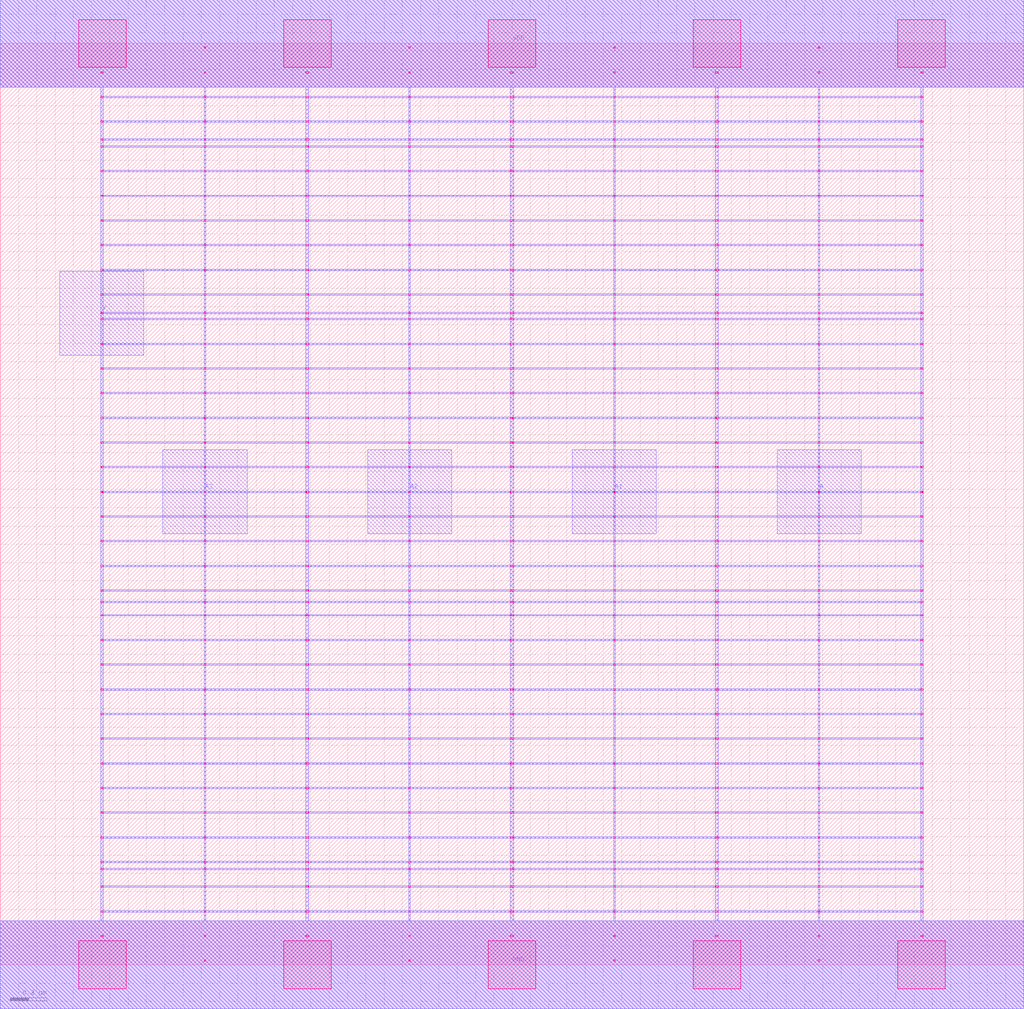
<source format=lef>
MACRO NAND4_DEBUG
 CLASS CORE ;
 FOREIGN NAND4_DEBUG 0 0 ;
 SIZE 5.6000000000000005 BY 5.04 ;
 ORIGIN 0 0 ;
 SYMMETRY X Y R90 ;
 SITE unit ;
  PIN VDD
   DIRECTION INOUT ;
   USE SIGNAL ;
   SHAPE ABUTMENT ;
    PORT
     CLASS CORE ;
       LAYER met1 ;
        RECT 0.00000000 4.80000000 5.60000000 5.28000000 ;
       LAYER met2 ;
        RECT 0.00000000 4.80000000 5.60000000 5.28000000 ;
    END
  END VDD

  PIN GND
   DIRECTION INOUT ;
   USE SIGNAL ;
   SHAPE ABUTMENT ;
    PORT
     CLASS CORE ;
       LAYER met1 ;
        RECT 0.00000000 -0.24000000 5.60000000 0.24000000 ;
       LAYER met2 ;
        RECT 0.00000000 -0.24000000 5.60000000 0.24000000 ;
    END
  END GND

  PIN Y
   DIRECTION INOUT ;
   USE SIGNAL ;
   SHAPE ABUTMENT ;
    PORT
     CLASS CORE ;
       LAYER met2 ;
        RECT 0.32500000 3.33500000 0.78500000 3.79500000 ;
    END
  END Y

  PIN A1
   DIRECTION INOUT ;
   USE SIGNAL ;
   SHAPE ABUTMENT ;
    PORT
     CLASS CORE ;
       LAYER met2 ;
        RECT 3.13000000 2.35700000 3.59000000 2.81700000 ;
    END
  END A1

  PIN A
   DIRECTION INOUT ;
   USE SIGNAL ;
   SHAPE ABUTMENT ;
    PORT
     CLASS CORE ;
       LAYER met2 ;
        RECT 4.25000000 2.35700000 4.71000000 2.81700000 ;
    END
  END A

  PIN A3
   DIRECTION INOUT ;
   USE SIGNAL ;
   SHAPE ABUTMENT ;
    PORT
     CLASS CORE ;
       LAYER met2 ;
        RECT 0.89000000 2.35700000 1.35000000 2.81700000 ;
    END
  END A3

  PIN A2
   DIRECTION INOUT ;
   USE SIGNAL ;
   SHAPE ABUTMENT ;
    PORT
     CLASS CORE ;
       LAYER met2 ;
        RECT 2.01000000 2.35700000 2.47000000 2.81700000 ;
    END
  END A2

 OBS
    LAYER polycont ;
     RECT 0.55100000 2.58300000 0.56400000 2.59100000 ;
     RECT 1.11600000 2.58300000 1.12400000 2.59100000 ;
     RECT 1.67100000 2.58300000 1.68900000 2.59100000 ;
     RECT 2.23600000 2.58300000 2.24400000 2.59100000 ;
     RECT 2.79100000 2.58300000 2.80900000 2.59100000 ;
     RECT 3.35600000 2.58300000 3.36400000 2.59100000 ;
     RECT 3.91100000 2.58300000 3.92900000 2.59100000 ;
     RECT 4.47600000 2.58300000 4.48400000 2.59100000 ;
     RECT 5.03600000 2.58300000 5.04900000 2.59100000 ;
     RECT 0.55100000 2.71800000 0.56400000 2.72600000 ;
     RECT 1.11600000 2.71800000 1.12400000 2.72600000 ;
     RECT 1.67100000 2.71800000 1.68900000 2.72600000 ;
     RECT 2.23600000 2.71800000 2.24400000 2.72600000 ;
     RECT 2.79100000 2.71800000 2.80900000 2.72600000 ;
     RECT 3.35600000 2.71800000 3.36400000 2.72600000 ;
     RECT 3.91100000 2.71800000 3.92900000 2.72600000 ;
     RECT 4.47600000 2.71800000 4.48400000 2.72600000 ;
     RECT 5.03600000 2.71800000 5.04900000 2.72600000 ;
     RECT 0.55100000 2.85300000 0.56400000 2.86100000 ;
     RECT 1.11600000 2.85300000 1.12400000 2.86100000 ;
     RECT 1.67100000 2.85300000 1.68900000 2.86100000 ;
     RECT 2.23600000 2.85300000 2.24400000 2.86100000 ;
     RECT 2.79100000 2.85300000 2.80900000 2.86100000 ;
     RECT 3.35600000 2.85300000 3.36400000 2.86100000 ;
     RECT 3.91100000 2.85300000 3.92900000 2.86100000 ;
     RECT 4.47600000 2.85300000 4.48400000 2.86100000 ;
     RECT 5.03600000 2.85300000 5.04900000 2.86100000 ;
     RECT 0.55100000 2.98800000 0.56400000 2.99600000 ;
     RECT 1.11600000 2.98800000 1.12400000 2.99600000 ;
     RECT 1.67100000 2.98800000 1.68900000 2.99600000 ;
     RECT 2.23600000 2.98800000 2.24400000 2.99600000 ;
     RECT 2.79100000 2.98800000 2.80900000 2.99600000 ;
     RECT 3.35600000 2.98800000 3.36400000 2.99600000 ;
     RECT 3.91100000 2.98800000 3.92900000 2.99600000 ;
     RECT 4.47600000 2.98800000 4.48400000 2.99600000 ;
     RECT 5.03600000 2.98800000 5.04900000 2.99600000 ;

    LAYER pdiffc ;
     RECT 0.55100000 3.39300000 0.55900000 3.40100000 ;
     RECT 5.04100000 3.39300000 5.04900000 3.40100000 ;
     RECT 0.55100000 3.52800000 0.55900000 3.53600000 ;
     RECT 5.04100000 3.52800000 5.04900000 3.53600000 ;
     RECT 0.55100000 3.56100000 0.55900000 3.56900000 ;
     RECT 5.04100000 3.56100000 5.04900000 3.56900000 ;
     RECT 0.55100000 3.66300000 0.55900000 3.67100000 ;
     RECT 5.04100000 3.66300000 5.04900000 3.67100000 ;
     RECT 0.55100000 3.79800000 0.55900000 3.80600000 ;
     RECT 5.04100000 3.79800000 5.04900000 3.80600000 ;
     RECT 0.55100000 3.93300000 0.55900000 3.94100000 ;
     RECT 5.04100000 3.93300000 5.04900000 3.94100000 ;
     RECT 0.55100000 4.06800000 0.55900000 4.07600000 ;
     RECT 5.04100000 4.06800000 5.04900000 4.07600000 ;
     RECT 0.55100000 4.20300000 0.55900000 4.21100000 ;
     RECT 5.04100000 4.20300000 5.04900000 4.21100000 ;
     RECT 0.55100000 4.33800000 0.55900000 4.34600000 ;
     RECT 5.04100000 4.33800000 5.04900000 4.34600000 ;
     RECT 0.55100000 4.47300000 0.55900000 4.48100000 ;
     RECT 5.04100000 4.47300000 5.04900000 4.48100000 ;
     RECT 0.55100000 4.51100000 0.55900000 4.51900000 ;
     RECT 5.04100000 4.51100000 5.04900000 4.51900000 ;
     RECT 0.55100000 4.60800000 0.55900000 4.61600000 ;
     RECT 5.04100000 4.60800000 5.04900000 4.61600000 ;

    LAYER ndiffc ;
     RECT 0.55100000 0.42300000 0.56400000 0.43100000 ;
     RECT 1.67100000 0.42300000 1.68900000 0.43100000 ;
     RECT 2.79100000 0.42300000 2.80900000 0.43100000 ;
     RECT 3.91100000 0.42300000 3.92900000 0.43100000 ;
     RECT 5.03600000 0.42300000 5.04900000 0.43100000 ;
     RECT 0.55100000 0.52100000 0.56400000 0.52900000 ;
     RECT 1.67100000 0.52100000 1.68900000 0.52900000 ;
     RECT 2.79100000 0.52100000 2.80900000 0.52900000 ;
     RECT 3.91100000 0.52100000 3.92900000 0.52900000 ;
     RECT 5.03600000 0.52100000 5.04900000 0.52900000 ;
     RECT 0.55100000 0.55800000 0.56400000 0.56600000 ;
     RECT 1.67100000 0.55800000 1.68900000 0.56600000 ;
     RECT 2.79100000 0.55800000 2.80900000 0.56600000 ;
     RECT 3.91100000 0.55800000 3.92900000 0.56600000 ;
     RECT 5.03600000 0.55800000 5.04900000 0.56600000 ;
     RECT 0.55100000 0.69300000 0.56400000 0.70100000 ;
     RECT 1.67100000 0.69300000 1.68900000 0.70100000 ;
     RECT 2.79100000 0.69300000 2.80900000 0.70100000 ;
     RECT 3.91100000 0.69300000 3.92900000 0.70100000 ;
     RECT 5.03600000 0.69300000 5.04900000 0.70100000 ;
     RECT 0.55100000 0.82800000 0.56400000 0.83600000 ;
     RECT 1.67100000 0.82800000 1.68900000 0.83600000 ;
     RECT 2.79100000 0.82800000 2.80900000 0.83600000 ;
     RECT 3.91100000 0.82800000 3.92900000 0.83600000 ;
     RECT 5.03600000 0.82800000 5.04900000 0.83600000 ;
     RECT 0.55100000 0.96300000 0.56400000 0.97100000 ;
     RECT 1.67100000 0.96300000 1.68900000 0.97100000 ;
     RECT 2.79100000 0.96300000 2.80900000 0.97100000 ;
     RECT 3.91100000 0.96300000 3.92900000 0.97100000 ;
     RECT 5.03600000 0.96300000 5.04900000 0.97100000 ;
     RECT 0.55100000 1.09800000 0.56400000 1.10600000 ;
     RECT 1.67100000 1.09800000 1.68900000 1.10600000 ;
     RECT 2.79100000 1.09800000 2.80900000 1.10600000 ;
     RECT 3.91100000 1.09800000 3.92900000 1.10600000 ;
     RECT 5.03600000 1.09800000 5.04900000 1.10600000 ;
     RECT 0.55100000 1.23300000 0.56400000 1.24100000 ;
     RECT 1.67100000 1.23300000 1.68900000 1.24100000 ;
     RECT 2.79100000 1.23300000 2.80900000 1.24100000 ;
     RECT 3.91100000 1.23300000 3.92900000 1.24100000 ;
     RECT 5.03600000 1.23300000 5.04900000 1.24100000 ;
     RECT 0.55100000 1.36800000 0.56400000 1.37600000 ;
     RECT 1.67100000 1.36800000 1.68900000 1.37600000 ;
     RECT 2.79100000 1.36800000 2.80900000 1.37600000 ;
     RECT 3.91100000 1.36800000 3.92900000 1.37600000 ;
     RECT 5.03600000 1.36800000 5.04900000 1.37600000 ;
     RECT 0.55100000 1.50300000 0.56400000 1.51100000 ;
     RECT 1.67100000 1.50300000 1.68900000 1.51100000 ;
     RECT 2.79100000 1.50300000 2.80900000 1.51100000 ;
     RECT 3.91100000 1.50300000 3.92900000 1.51100000 ;
     RECT 5.03600000 1.50300000 5.04900000 1.51100000 ;
     RECT 0.55100000 1.63800000 0.56400000 1.64600000 ;
     RECT 1.67100000 1.63800000 1.68900000 1.64600000 ;
     RECT 2.79100000 1.63800000 2.80900000 1.64600000 ;
     RECT 3.91100000 1.63800000 3.92900000 1.64600000 ;
     RECT 5.03600000 1.63800000 5.04900000 1.64600000 ;
     RECT 0.55100000 1.77300000 0.56400000 1.78100000 ;
     RECT 1.67100000 1.77300000 1.68900000 1.78100000 ;
     RECT 2.79100000 1.77300000 2.80900000 1.78100000 ;
     RECT 3.91100000 1.77300000 3.92900000 1.78100000 ;
     RECT 5.03600000 1.77300000 5.04900000 1.78100000 ;
     RECT 0.55100000 1.90800000 0.56400000 1.91600000 ;
     RECT 1.67100000 1.90800000 1.68900000 1.91600000 ;
     RECT 2.79100000 1.90800000 2.80900000 1.91600000 ;
     RECT 3.91100000 1.90800000 3.92900000 1.91600000 ;
     RECT 5.03600000 1.90800000 5.04900000 1.91600000 ;
     RECT 0.55100000 1.98100000 0.56400000 1.98900000 ;
     RECT 1.67100000 1.98100000 1.68900000 1.98900000 ;
     RECT 2.79100000 1.98100000 2.80900000 1.98900000 ;
     RECT 3.91100000 1.98100000 3.92900000 1.98900000 ;
     RECT 5.03600000 1.98100000 5.04900000 1.98900000 ;
     RECT 0.55100000 2.04300000 0.56400000 2.05100000 ;
     RECT 1.67100000 2.04300000 1.68900000 2.05100000 ;
     RECT 2.79100000 2.04300000 2.80900000 2.05100000 ;
     RECT 3.91100000 2.04300000 3.92900000 2.05100000 ;
     RECT 5.03600000 2.04300000 5.04900000 2.05100000 ;

    LAYER met1 ;
     RECT 0.00000000 -0.24000000 5.60000000 0.24000000 ;
     RECT 2.79100000 0.24000000 2.80900000 0.28800000 ;
     RECT 0.55100000 0.28800000 5.04900000 0.29600000 ;
     RECT 2.79100000 0.29600000 2.80900000 0.42300000 ;
     RECT 0.55100000 0.42300000 5.04900000 0.43100000 ;
     RECT 2.79100000 0.43100000 2.80900000 0.52100000 ;
     RECT 0.55100000 0.52100000 5.04900000 0.52900000 ;
     RECT 2.79100000 0.52900000 2.80900000 0.55800000 ;
     RECT 0.55100000 0.55800000 5.04900000 0.56600000 ;
     RECT 2.79100000 0.56600000 2.80900000 0.69300000 ;
     RECT 0.55100000 0.69300000 5.04900000 0.70100000 ;
     RECT 2.79100000 0.70100000 2.80900000 0.82800000 ;
     RECT 0.55100000 0.82800000 5.04900000 0.83600000 ;
     RECT 2.79100000 0.83600000 2.80900000 0.96300000 ;
     RECT 0.55100000 0.96300000 5.04900000 0.97100000 ;
     RECT 2.79100000 0.97100000 2.80900000 1.09800000 ;
     RECT 0.55100000 1.09800000 5.04900000 1.10600000 ;
     RECT 2.79100000 1.10600000 2.80900000 1.23300000 ;
     RECT 0.55100000 1.23300000 5.04900000 1.24100000 ;
     RECT 2.79100000 1.24100000 2.80900000 1.36800000 ;
     RECT 0.55100000 1.36800000 5.04900000 1.37600000 ;
     RECT 2.79100000 1.37600000 2.80900000 1.50300000 ;
     RECT 0.55100000 1.50300000 5.04900000 1.51100000 ;
     RECT 2.79100000 1.51100000 2.80900000 1.63800000 ;
     RECT 0.55100000 1.63800000 5.04900000 1.64600000 ;
     RECT 2.79100000 1.64600000 2.80900000 1.77300000 ;
     RECT 0.55100000 1.77300000 5.04900000 1.78100000 ;
     RECT 2.79100000 1.78100000 2.80900000 1.90800000 ;
     RECT 0.55100000 1.90800000 5.04900000 1.91600000 ;
     RECT 2.79100000 1.91600000 2.80900000 1.98100000 ;
     RECT 0.55100000 1.98100000 5.04900000 1.98900000 ;
     RECT 2.79100000 1.98900000 2.80900000 2.04300000 ;
     RECT 0.55100000 2.04300000 5.04900000 2.05100000 ;
     RECT 2.79100000 2.05100000 2.80900000 2.17800000 ;
     RECT 0.55100000 2.17800000 5.04900000 2.18600000 ;
     RECT 2.79100000 2.18600000 2.80900000 2.31300000 ;
     RECT 0.55100000 2.31300000 5.04900000 2.32100000 ;
     RECT 2.79100000 2.32100000 2.80900000 2.44800000 ;
     RECT 0.55100000 2.44800000 5.04900000 2.45600000 ;
     RECT 0.55100000 2.45600000 0.56400000 2.58300000 ;
     RECT 1.11600000 2.45600000 1.12400000 2.58300000 ;
     RECT 1.67100000 2.45600000 1.68900000 2.58300000 ;
     RECT 2.23600000 2.45600000 2.24400000 2.58300000 ;
     RECT 2.79100000 2.45600000 2.80900000 2.58300000 ;
     RECT 3.35600000 2.45600000 3.36400000 2.58300000 ;
     RECT 3.91100000 2.45600000 3.92900000 2.58300000 ;
     RECT 4.47600000 2.45600000 4.48400000 2.58300000 ;
     RECT 5.03600000 2.45600000 5.04900000 2.58300000 ;
     RECT 0.55100000 2.58300000 5.04900000 2.59100000 ;
     RECT 2.79100000 2.59100000 2.80900000 2.71800000 ;
     RECT 0.55100000 2.71800000 5.04900000 2.72600000 ;
     RECT 2.79100000 2.72600000 2.80900000 2.85300000 ;
     RECT 0.55100000 2.85300000 5.04900000 2.86100000 ;
     RECT 2.79100000 2.86100000 2.80900000 2.98800000 ;
     RECT 0.55100000 2.98800000 5.04900000 2.99600000 ;
     RECT 2.79100000 2.99600000 2.80900000 3.12300000 ;
     RECT 0.55100000 3.12300000 5.04900000 3.13100000 ;
     RECT 2.79100000 3.13100000 2.80900000 3.25800000 ;
     RECT 0.55100000 3.25800000 5.04900000 3.26600000 ;
     RECT 2.79100000 3.26600000 2.80900000 3.39300000 ;
     RECT 0.55100000 3.39300000 5.04900000 3.40100000 ;
     RECT 2.79100000 3.40100000 2.80900000 3.52800000 ;
     RECT 0.55100000 3.52800000 5.04900000 3.53600000 ;
     RECT 2.79100000 3.53600000 2.80900000 3.56100000 ;
     RECT 0.55100000 3.56100000 5.04900000 3.56900000 ;
     RECT 2.79100000 3.56900000 2.80900000 3.66300000 ;
     RECT 0.55100000 3.66300000 5.04900000 3.67100000 ;
     RECT 2.79100000 3.67100000 2.80900000 3.79800000 ;
     RECT 0.55100000 3.79800000 5.04900000 3.80600000 ;
     RECT 2.79100000 3.80600000 2.80900000 3.93300000 ;
     RECT 0.55100000 3.93300000 5.04900000 3.94100000 ;
     RECT 2.79100000 3.94100000 2.80900000 4.06800000 ;
     RECT 0.55100000 4.06800000 5.04900000 4.07600000 ;
     RECT 2.79100000 4.07600000 2.80900000 4.20300000 ;
     RECT 0.55100000 4.20300000 5.04900000 4.21100000 ;
     RECT 2.79100000 4.21100000 2.80900000 4.33800000 ;
     RECT 0.55100000 4.33800000 5.04900000 4.34600000 ;
     RECT 2.79100000 4.34600000 2.80900000 4.47300000 ;
     RECT 0.55100000 4.47300000 5.04900000 4.48100000 ;
     RECT 2.79100000 4.48100000 2.80900000 4.51100000 ;
     RECT 0.55100000 4.51100000 5.04900000 4.51900000 ;
     RECT 2.79100000 4.51900000 2.80900000 4.60800000 ;
     RECT 0.55100000 4.60800000 5.04900000 4.61600000 ;
     RECT 2.79100000 4.61600000 2.80900000 4.74300000 ;
     RECT 0.55100000 4.74300000 5.04900000 4.75100000 ;
     RECT 2.79100000 4.75100000 2.80900000 4.80000000 ;
     RECT 0.00000000 4.80000000 5.60000000 5.28000000 ;
     RECT 3.91100000 3.40100000 3.92900000 3.52800000 ;
     RECT 4.47600000 3.40100000 4.48400000 3.52800000 ;
     RECT 5.03600000 3.40100000 5.04900000 3.52800000 ;
     RECT 3.35600000 2.86100000 3.36400000 2.98800000 ;
     RECT 3.91100000 2.86100000 3.92900000 2.98800000 ;
     RECT 3.35600000 3.53600000 3.36400000 3.56100000 ;
     RECT 3.91100000 3.53600000 3.92900000 3.56100000 ;
     RECT 4.47600000 3.53600000 4.48400000 3.56100000 ;
     RECT 5.03600000 3.53600000 5.04900000 3.56100000 ;
     RECT 4.47600000 2.86100000 4.48400000 2.98800000 ;
     RECT 5.03600000 2.86100000 5.04900000 2.98800000 ;
     RECT 3.35600000 3.56900000 3.36400000 3.66300000 ;
     RECT 3.91100000 3.56900000 3.92900000 3.66300000 ;
     RECT 4.47600000 3.56900000 4.48400000 3.66300000 ;
     RECT 5.03600000 3.56900000 5.04900000 3.66300000 ;
     RECT 3.35600000 2.59100000 3.36400000 2.71800000 ;
     RECT 3.91100000 2.59100000 3.92900000 2.71800000 ;
     RECT 3.35600000 3.67100000 3.36400000 3.79800000 ;
     RECT 3.91100000 3.67100000 3.92900000 3.79800000 ;
     RECT 4.47600000 3.67100000 4.48400000 3.79800000 ;
     RECT 5.03600000 3.67100000 5.04900000 3.79800000 ;
     RECT 3.35600000 2.99600000 3.36400000 3.12300000 ;
     RECT 3.91100000 2.99600000 3.92900000 3.12300000 ;
     RECT 3.35600000 3.80600000 3.36400000 3.93300000 ;
     RECT 3.91100000 3.80600000 3.92900000 3.93300000 ;
     RECT 4.47600000 3.80600000 4.48400000 3.93300000 ;
     RECT 5.03600000 3.80600000 5.04900000 3.93300000 ;
     RECT 4.47600000 2.99600000 4.48400000 3.12300000 ;
     RECT 5.03600000 2.99600000 5.04900000 3.12300000 ;
     RECT 3.35600000 3.94100000 3.36400000 4.06800000 ;
     RECT 3.91100000 3.94100000 3.92900000 4.06800000 ;
     RECT 4.47600000 3.94100000 4.48400000 4.06800000 ;
     RECT 5.03600000 3.94100000 5.04900000 4.06800000 ;
     RECT 3.35600000 2.72600000 3.36400000 2.85300000 ;
     RECT 3.91100000 2.72600000 3.92900000 2.85300000 ;
     RECT 3.35600000 4.07600000 3.36400000 4.20300000 ;
     RECT 3.91100000 4.07600000 3.92900000 4.20300000 ;
     RECT 4.47600000 4.07600000 4.48400000 4.20300000 ;
     RECT 5.03600000 4.07600000 5.04900000 4.20300000 ;
     RECT 3.35600000 3.13100000 3.36400000 3.25800000 ;
     RECT 3.91100000 3.13100000 3.92900000 3.25800000 ;
     RECT 3.35600000 4.21100000 3.36400000 4.33800000 ;
     RECT 3.91100000 4.21100000 3.92900000 4.33800000 ;
     RECT 4.47600000 4.21100000 4.48400000 4.33800000 ;
     RECT 5.03600000 4.21100000 5.04900000 4.33800000 ;
     RECT 4.47600000 3.13100000 4.48400000 3.25800000 ;
     RECT 5.03600000 3.13100000 5.04900000 3.25800000 ;
     RECT 3.35600000 4.34600000 3.36400000 4.47300000 ;
     RECT 3.91100000 4.34600000 3.92900000 4.47300000 ;
     RECT 4.47600000 4.34600000 4.48400000 4.47300000 ;
     RECT 5.03600000 4.34600000 5.04900000 4.47300000 ;
     RECT 4.47600000 2.72600000 4.48400000 2.85300000 ;
     RECT 5.03600000 2.72600000 5.04900000 2.85300000 ;
     RECT 3.35600000 4.48100000 3.36400000 4.51100000 ;
     RECT 3.91100000 4.48100000 3.92900000 4.51100000 ;
     RECT 4.47600000 4.48100000 4.48400000 4.51100000 ;
     RECT 5.03600000 4.48100000 5.04900000 4.51100000 ;
     RECT 3.35600000 3.26600000 3.36400000 3.39300000 ;
     RECT 3.91100000 3.26600000 3.92900000 3.39300000 ;
     RECT 3.35600000 4.51900000 3.36400000 4.60800000 ;
     RECT 3.91100000 4.51900000 3.92900000 4.60800000 ;
     RECT 4.47600000 4.51900000 4.48400000 4.60800000 ;
     RECT 5.03600000 4.51900000 5.04900000 4.60800000 ;
     RECT 4.47600000 3.26600000 4.48400000 3.39300000 ;
     RECT 5.03600000 3.26600000 5.04900000 3.39300000 ;
     RECT 3.35600000 4.61600000 3.36400000 4.74300000 ;
     RECT 3.91100000 4.61600000 3.92900000 4.74300000 ;
     RECT 4.47600000 4.61600000 4.48400000 4.74300000 ;
     RECT 5.03600000 4.61600000 5.04900000 4.74300000 ;
     RECT 4.47600000 2.59100000 4.48400000 2.71800000 ;
     RECT 5.03600000 2.59100000 5.04900000 2.71800000 ;
     RECT 3.35600000 4.75100000 3.36400000 4.80000000 ;
     RECT 3.91100000 4.75100000 3.92900000 4.80000000 ;
     RECT 4.47600000 4.75100000 4.48400000 4.80000000 ;
     RECT 5.03600000 4.75100000 5.04900000 4.80000000 ;
     RECT 3.35600000 3.40100000 3.36400000 3.52800000 ;
     RECT 1.67100000 2.86100000 1.68900000 2.98800000 ;
     RECT 2.23600000 2.86100000 2.24400000 2.98800000 ;
     RECT 0.55100000 3.13100000 0.56400000 3.25800000 ;
     RECT 1.11600000 3.13100000 1.12400000 3.25800000 ;
     RECT 0.55100000 3.53600000 0.56400000 3.56100000 ;
     RECT 1.11600000 3.53600000 1.12400000 3.56100000 ;
     RECT 0.55100000 4.07600000 0.56400000 4.20300000 ;
     RECT 1.11600000 4.07600000 1.12400000 4.20300000 ;
     RECT 1.67100000 4.07600000 1.68900000 4.20300000 ;
     RECT 2.23600000 4.07600000 2.24400000 4.20300000 ;
     RECT 1.67100000 3.53600000 1.68900000 3.56100000 ;
     RECT 2.23600000 3.53600000 2.24400000 3.56100000 ;
     RECT 1.67100000 3.13100000 1.68900000 3.25800000 ;
     RECT 2.23600000 3.13100000 2.24400000 3.25800000 ;
     RECT 1.67100000 2.72600000 1.68900000 2.85300000 ;
     RECT 2.23600000 2.72600000 2.24400000 2.85300000 ;
     RECT 0.55100000 4.21100000 0.56400000 4.33800000 ;
     RECT 1.11600000 4.21100000 1.12400000 4.33800000 ;
     RECT 1.67100000 4.21100000 1.68900000 4.33800000 ;
     RECT 2.23600000 4.21100000 2.24400000 4.33800000 ;
     RECT 1.67100000 2.59100000 1.68900000 2.71800000 ;
     RECT 2.23600000 2.59100000 2.24400000 2.71800000 ;
     RECT 0.55100000 3.56900000 0.56400000 3.66300000 ;
     RECT 1.11600000 3.56900000 1.12400000 3.66300000 ;
     RECT 1.67100000 3.56900000 1.68900000 3.66300000 ;
     RECT 2.23600000 3.56900000 2.24400000 3.66300000 ;
     RECT 0.55100000 4.34600000 0.56400000 4.47300000 ;
     RECT 1.11600000 4.34600000 1.12400000 4.47300000 ;
     RECT 1.67100000 4.34600000 1.68900000 4.47300000 ;
     RECT 2.23600000 4.34600000 2.24400000 4.47300000 ;
     RECT 0.55100000 2.59100000 0.56400000 2.71800000 ;
     RECT 1.11600000 2.59100000 1.12400000 2.71800000 ;
     RECT 0.55100000 3.26600000 0.56400000 3.39300000 ;
     RECT 1.11600000 3.26600000 1.12400000 3.39300000 ;
     RECT 1.67100000 3.26600000 1.68900000 3.39300000 ;
     RECT 2.23600000 3.26600000 2.24400000 3.39300000 ;
     RECT 0.55100000 4.48100000 0.56400000 4.51100000 ;
     RECT 1.11600000 4.48100000 1.12400000 4.51100000 ;
     RECT 1.67100000 4.48100000 1.68900000 4.51100000 ;
     RECT 2.23600000 4.48100000 2.24400000 4.51100000 ;
     RECT 0.55100000 3.67100000 0.56400000 3.79800000 ;
     RECT 1.11600000 3.67100000 1.12400000 3.79800000 ;
     RECT 1.67100000 3.67100000 1.68900000 3.79800000 ;
     RECT 2.23600000 3.67100000 2.24400000 3.79800000 ;
     RECT 0.55100000 2.99600000 0.56400000 3.12300000 ;
     RECT 1.11600000 2.99600000 1.12400000 3.12300000 ;
     RECT 0.55100000 4.51900000 0.56400000 4.60800000 ;
     RECT 1.11600000 4.51900000 1.12400000 4.60800000 ;
     RECT 1.67100000 4.51900000 1.68900000 4.60800000 ;
     RECT 2.23600000 4.51900000 2.24400000 4.60800000 ;
     RECT 1.67100000 2.99600000 1.68900000 3.12300000 ;
     RECT 2.23600000 2.99600000 2.24400000 3.12300000 ;
     RECT 0.55100000 2.72600000 0.56400000 2.85300000 ;
     RECT 1.11600000 2.72600000 1.12400000 2.85300000 ;
     RECT 0.55100000 3.80600000 0.56400000 3.93300000 ;
     RECT 1.11600000 3.80600000 1.12400000 3.93300000 ;
     RECT 0.55100000 4.61600000 0.56400000 4.74300000 ;
     RECT 1.11600000 4.61600000 1.12400000 4.74300000 ;
     RECT 1.67100000 4.61600000 1.68900000 4.74300000 ;
     RECT 2.23600000 4.61600000 2.24400000 4.74300000 ;
     RECT 1.67100000 3.80600000 1.68900000 3.93300000 ;
     RECT 2.23600000 3.80600000 2.24400000 3.93300000 ;
     RECT 0.55100000 3.40100000 0.56400000 3.52800000 ;
     RECT 1.11600000 3.40100000 1.12400000 3.52800000 ;
     RECT 1.67100000 3.40100000 1.68900000 3.52800000 ;
     RECT 2.23600000 3.40100000 2.24400000 3.52800000 ;
     RECT 0.55100000 4.75100000 0.56400000 4.80000000 ;
     RECT 1.11600000 4.75100000 1.12400000 4.80000000 ;
     RECT 1.67100000 4.75100000 1.68900000 4.80000000 ;
     RECT 2.23600000 4.75100000 2.24400000 4.80000000 ;
     RECT 0.55100000 2.86100000 0.56400000 2.98800000 ;
     RECT 1.11600000 2.86100000 1.12400000 2.98800000 ;
     RECT 0.55100000 3.94100000 0.56400000 4.06800000 ;
     RECT 1.11600000 3.94100000 1.12400000 4.06800000 ;
     RECT 1.67100000 3.94100000 1.68900000 4.06800000 ;
     RECT 2.23600000 3.94100000 2.24400000 4.06800000 ;
     RECT 1.67100000 1.91600000 1.68900000 1.98100000 ;
     RECT 2.23600000 1.91600000 2.24400000 1.98100000 ;
     RECT 1.67100000 0.29600000 1.68900000 0.42300000 ;
     RECT 2.23600000 0.29600000 2.24400000 0.42300000 ;
     RECT 0.55100000 1.98900000 0.56400000 2.04300000 ;
     RECT 1.11600000 1.98900000 1.12400000 2.04300000 ;
     RECT 1.67100000 1.98900000 1.68900000 2.04300000 ;
     RECT 2.23600000 1.98900000 2.24400000 2.04300000 ;
     RECT 0.55100000 0.70100000 0.56400000 0.82800000 ;
     RECT 1.11600000 0.70100000 1.12400000 0.82800000 ;
     RECT 0.55100000 2.05100000 0.56400000 2.17800000 ;
     RECT 1.11600000 2.05100000 1.12400000 2.17800000 ;
     RECT 1.67100000 2.05100000 1.68900000 2.17800000 ;
     RECT 2.23600000 2.05100000 2.24400000 2.17800000 ;
     RECT 1.67100000 0.70100000 1.68900000 0.82800000 ;
     RECT 2.23600000 0.70100000 2.24400000 0.82800000 ;
     RECT 0.55100000 2.18600000 0.56400000 2.31300000 ;
     RECT 1.11600000 2.18600000 1.12400000 2.31300000 ;
     RECT 1.67100000 2.18600000 1.68900000 2.31300000 ;
     RECT 2.23600000 2.18600000 2.24400000 2.31300000 ;
     RECT 1.67100000 0.24000000 1.68900000 0.28800000 ;
     RECT 2.23600000 0.24000000 2.24400000 0.28800000 ;
     RECT 0.55100000 2.32100000 0.56400000 2.44800000 ;
     RECT 1.11600000 2.32100000 1.12400000 2.44800000 ;
     RECT 1.67100000 2.32100000 1.68900000 2.44800000 ;
     RECT 2.23600000 2.32100000 2.24400000 2.44800000 ;
     RECT 0.55100000 0.83600000 0.56400000 0.96300000 ;
     RECT 1.11600000 0.83600000 1.12400000 0.96300000 ;
     RECT 1.67100000 0.83600000 1.68900000 0.96300000 ;
     RECT 2.23600000 0.83600000 2.24400000 0.96300000 ;
     RECT 0.55100000 0.43100000 0.56400000 0.52100000 ;
     RECT 1.11600000 0.43100000 1.12400000 0.52100000 ;
     RECT 0.55100000 0.97100000 0.56400000 1.09800000 ;
     RECT 1.11600000 0.97100000 1.12400000 1.09800000 ;
     RECT 1.67100000 0.97100000 1.68900000 1.09800000 ;
     RECT 2.23600000 0.97100000 2.24400000 1.09800000 ;
     RECT 1.67100000 0.43100000 1.68900000 0.52100000 ;
     RECT 2.23600000 0.43100000 2.24400000 0.52100000 ;
     RECT 0.55100000 1.10600000 0.56400000 1.23300000 ;
     RECT 1.11600000 1.10600000 1.12400000 1.23300000 ;
     RECT 1.67100000 1.10600000 1.68900000 1.23300000 ;
     RECT 2.23600000 1.10600000 2.24400000 1.23300000 ;
     RECT 0.55100000 0.24000000 0.56400000 0.28800000 ;
     RECT 1.11600000 0.24000000 1.12400000 0.28800000 ;
     RECT 0.55100000 1.24100000 0.56400000 1.36800000 ;
     RECT 1.11600000 1.24100000 1.12400000 1.36800000 ;
     RECT 1.67100000 1.24100000 1.68900000 1.36800000 ;
     RECT 2.23600000 1.24100000 2.24400000 1.36800000 ;
     RECT 0.55100000 0.52900000 0.56400000 0.55800000 ;
     RECT 1.11600000 0.52900000 1.12400000 0.55800000 ;
     RECT 0.55100000 1.37600000 0.56400000 1.50300000 ;
     RECT 1.11600000 1.37600000 1.12400000 1.50300000 ;
     RECT 1.67100000 1.37600000 1.68900000 1.50300000 ;
     RECT 2.23600000 1.37600000 2.24400000 1.50300000 ;
     RECT 1.67100000 0.52900000 1.68900000 0.55800000 ;
     RECT 2.23600000 0.52900000 2.24400000 0.55800000 ;
     RECT 0.55100000 1.51100000 0.56400000 1.63800000 ;
     RECT 1.11600000 1.51100000 1.12400000 1.63800000 ;
     RECT 1.67100000 1.51100000 1.68900000 1.63800000 ;
     RECT 2.23600000 1.51100000 2.24400000 1.63800000 ;
     RECT 0.55100000 0.29600000 0.56400000 0.42300000 ;
     RECT 1.11600000 0.29600000 1.12400000 0.42300000 ;
     RECT 0.55100000 1.64600000 0.56400000 1.77300000 ;
     RECT 1.11600000 1.64600000 1.12400000 1.77300000 ;
     RECT 1.67100000 1.64600000 1.68900000 1.77300000 ;
     RECT 2.23600000 1.64600000 2.24400000 1.77300000 ;
     RECT 0.55100000 0.56600000 0.56400000 0.69300000 ;
     RECT 1.11600000 0.56600000 1.12400000 0.69300000 ;
     RECT 0.55100000 1.78100000 0.56400000 1.90800000 ;
     RECT 1.11600000 1.78100000 1.12400000 1.90800000 ;
     RECT 1.67100000 1.78100000 1.68900000 1.90800000 ;
     RECT 2.23600000 1.78100000 2.24400000 1.90800000 ;
     RECT 1.67100000 0.56600000 1.68900000 0.69300000 ;
     RECT 2.23600000 0.56600000 2.24400000 0.69300000 ;
     RECT 0.55100000 1.91600000 0.56400000 1.98100000 ;
     RECT 1.11600000 1.91600000 1.12400000 1.98100000 ;
     RECT 5.03600000 1.24100000 5.04900000 1.36800000 ;
     RECT 3.35600000 0.52900000 3.36400000 0.55800000 ;
     RECT 3.91100000 0.52900000 3.92900000 0.55800000 ;
     RECT 3.35600000 2.05100000 3.36400000 2.17800000 ;
     RECT 3.91100000 2.05100000 3.92900000 2.17800000 ;
     RECT 4.47600000 2.05100000 4.48400000 2.17800000 ;
     RECT 5.03600000 2.05100000 5.04900000 2.17800000 ;
     RECT 4.47600000 0.52900000 4.48400000 0.55800000 ;
     RECT 5.03600000 0.52900000 5.04900000 0.55800000 ;
     RECT 3.35600000 0.29600000 3.36400000 0.42300000 ;
     RECT 3.91100000 0.29600000 3.92900000 0.42300000 ;
     RECT 3.35600000 1.37600000 3.36400000 1.50300000 ;
     RECT 3.91100000 1.37600000 3.92900000 1.50300000 ;
     RECT 3.35600000 2.18600000 3.36400000 2.31300000 ;
     RECT 3.91100000 2.18600000 3.92900000 2.31300000 ;
     RECT 4.47600000 2.18600000 4.48400000 2.31300000 ;
     RECT 5.03600000 2.18600000 5.04900000 2.31300000 ;
     RECT 4.47600000 1.37600000 4.48400000 1.50300000 ;
     RECT 5.03600000 1.37600000 5.04900000 1.50300000 ;
     RECT 3.35600000 0.83600000 3.36400000 0.96300000 ;
     RECT 3.91100000 0.83600000 3.92900000 0.96300000 ;
     RECT 4.47600000 0.83600000 4.48400000 0.96300000 ;
     RECT 5.03600000 0.83600000 5.04900000 0.96300000 ;
     RECT 3.35600000 2.32100000 3.36400000 2.44800000 ;
     RECT 3.91100000 2.32100000 3.92900000 2.44800000 ;
     RECT 4.47600000 2.32100000 4.48400000 2.44800000 ;
     RECT 5.03600000 2.32100000 5.04900000 2.44800000 ;
     RECT 3.35600000 0.43100000 3.36400000 0.52100000 ;
     RECT 3.91100000 0.43100000 3.92900000 0.52100000 ;
     RECT 3.35600000 1.51100000 3.36400000 1.63800000 ;
     RECT 3.91100000 1.51100000 3.92900000 1.63800000 ;
     RECT 4.47600000 1.51100000 4.48400000 1.63800000 ;
     RECT 5.03600000 1.51100000 5.04900000 1.63800000 ;
     RECT 4.47600000 0.43100000 4.48400000 0.52100000 ;
     RECT 5.03600000 0.43100000 5.04900000 0.52100000 ;
     RECT 3.35600000 0.56600000 3.36400000 0.69300000 ;
     RECT 3.91100000 0.56600000 3.92900000 0.69300000 ;
     RECT 3.35600000 0.97100000 3.36400000 1.09800000 ;
     RECT 3.91100000 0.97100000 3.92900000 1.09800000 ;
     RECT 3.35600000 1.64600000 3.36400000 1.77300000 ;
     RECT 3.91100000 1.64600000 3.92900000 1.77300000 ;
     RECT 4.47600000 1.64600000 4.48400000 1.77300000 ;
     RECT 5.03600000 1.64600000 5.04900000 1.77300000 ;
     RECT 4.47600000 0.97100000 4.48400000 1.09800000 ;
     RECT 5.03600000 0.97100000 5.04900000 1.09800000 ;
     RECT 4.47600000 0.56600000 4.48400000 0.69300000 ;
     RECT 5.03600000 0.56600000 5.04900000 0.69300000 ;
     RECT 4.47600000 0.29600000 4.48400000 0.42300000 ;
     RECT 5.03600000 0.29600000 5.04900000 0.42300000 ;
     RECT 3.35600000 1.78100000 3.36400000 1.90800000 ;
     RECT 3.91100000 1.78100000 3.92900000 1.90800000 ;
     RECT 4.47600000 1.78100000 4.48400000 1.90800000 ;
     RECT 5.03600000 1.78100000 5.04900000 1.90800000 ;
     RECT 4.47600000 0.24000000 4.48400000 0.28800000 ;
     RECT 5.03600000 0.24000000 5.04900000 0.28800000 ;
     RECT 3.35600000 1.10600000 3.36400000 1.23300000 ;
     RECT 3.91100000 1.10600000 3.92900000 1.23300000 ;
     RECT 4.47600000 1.10600000 4.48400000 1.23300000 ;
     RECT 5.03600000 1.10600000 5.04900000 1.23300000 ;
     RECT 3.35600000 1.91600000 3.36400000 1.98100000 ;
     RECT 3.91100000 1.91600000 3.92900000 1.98100000 ;
     RECT 4.47600000 1.91600000 4.48400000 1.98100000 ;
     RECT 5.03600000 1.91600000 5.04900000 1.98100000 ;
     RECT 3.35600000 0.24000000 3.36400000 0.28800000 ;
     RECT 3.91100000 0.24000000 3.92900000 0.28800000 ;
     RECT 3.35600000 0.70100000 3.36400000 0.82800000 ;
     RECT 3.91100000 0.70100000 3.92900000 0.82800000 ;
     RECT 4.47600000 0.70100000 4.48400000 0.82800000 ;
     RECT 5.03600000 0.70100000 5.04900000 0.82800000 ;
     RECT 3.35600000 1.98900000 3.36400000 2.04300000 ;
     RECT 3.91100000 1.98900000 3.92900000 2.04300000 ;
     RECT 4.47600000 1.98900000 4.48400000 2.04300000 ;
     RECT 5.03600000 1.98900000 5.04900000 2.04300000 ;
     RECT 3.35600000 1.24100000 3.36400000 1.36800000 ;
     RECT 3.91100000 1.24100000 3.92900000 1.36800000 ;
     RECT 4.47600000 1.24100000 4.48400000 1.36800000 ;

    LAYER via1 ;
     RECT 2.67000000 -0.13000000 2.93000000 0.13000000 ;
     RECT 2.79100000 0.15300000 2.80900000 0.16100000 ;
     RECT 2.79100000 0.28800000 2.80900000 0.29600000 ;
     RECT 2.79100000 0.42300000 2.80900000 0.43100000 ;
     RECT 2.79100000 0.52100000 2.80900000 0.52900000 ;
     RECT 2.79100000 0.55800000 2.80900000 0.56600000 ;
     RECT 2.79100000 0.69300000 2.80900000 0.70100000 ;
     RECT 2.79100000 0.82800000 2.80900000 0.83600000 ;
     RECT 2.79100000 0.96300000 2.80900000 0.97100000 ;
     RECT 2.79100000 1.09800000 2.80900000 1.10600000 ;
     RECT 2.79100000 1.23300000 2.80900000 1.24100000 ;
     RECT 2.79100000 1.36800000 2.80900000 1.37600000 ;
     RECT 2.79100000 1.50300000 2.80900000 1.51100000 ;
     RECT 2.79100000 1.63800000 2.80900000 1.64600000 ;
     RECT 2.79100000 1.77300000 2.80900000 1.78100000 ;
     RECT 2.79100000 1.90800000 2.80900000 1.91600000 ;
     RECT 2.79100000 1.98100000 2.80900000 1.98900000 ;
     RECT 2.79100000 2.04300000 2.80900000 2.05100000 ;
     RECT 2.79100000 2.17800000 2.80900000 2.18600000 ;
     RECT 2.79100000 2.31300000 2.80900000 2.32100000 ;
     RECT 2.79100000 2.44800000 2.80900000 2.45600000 ;
     RECT 2.79100000 2.58300000 2.80900000 2.59100000 ;
     RECT 2.79100000 2.71800000 2.80900000 2.72600000 ;
     RECT 2.79100000 2.85300000 2.80900000 2.86100000 ;
     RECT 2.79100000 2.98800000 2.80900000 2.99600000 ;
     RECT 2.79100000 3.12300000 2.80900000 3.13100000 ;
     RECT 2.79100000 3.25800000 2.80900000 3.26600000 ;
     RECT 2.79100000 3.39300000 2.80900000 3.40100000 ;
     RECT 2.79100000 3.52800000 2.80900000 3.53600000 ;
     RECT 2.79100000 3.56100000 2.80900000 3.56900000 ;
     RECT 2.79100000 3.66300000 2.80900000 3.67100000 ;
     RECT 2.79100000 3.79800000 2.80900000 3.80600000 ;
     RECT 2.79100000 3.93300000 2.80900000 3.94100000 ;
     RECT 2.79100000 4.06800000 2.80900000 4.07600000 ;
     RECT 2.79100000 4.20300000 2.80900000 4.21100000 ;
     RECT 2.79100000 4.33800000 2.80900000 4.34600000 ;
     RECT 2.79100000 4.47300000 2.80900000 4.48100000 ;
     RECT 2.79100000 4.51100000 2.80900000 4.51900000 ;
     RECT 2.79100000 4.60800000 2.80900000 4.61600000 ;
     RECT 2.79100000 4.74300000 2.80900000 4.75100000 ;
     RECT 2.79100000 4.87800000 2.80900000 4.88600000 ;
     RECT 2.67000000 4.91000000 2.93000000 5.17000000 ;
     RECT 3.35600000 3.12300000 3.36400000 3.13100000 ;
     RECT 3.91100000 3.12300000 3.92900000 3.13100000 ;
     RECT 4.47600000 3.12300000 4.48400000 3.13100000 ;
     RECT 5.03600000 3.12300000 5.04900000 3.13100000 ;
     RECT 3.35600000 2.58300000 3.36400000 2.59100000 ;
     RECT 3.35600000 3.25800000 3.36400000 3.26600000 ;
     RECT 3.91100000 3.25800000 3.92900000 3.26600000 ;
     RECT 4.47600000 3.25800000 4.48400000 3.26600000 ;
     RECT 5.03600000 3.25800000 5.04900000 3.26600000 ;
     RECT 3.35600000 2.71800000 3.36400000 2.72600000 ;
     RECT 3.35600000 3.39300000 3.36400000 3.40100000 ;
     RECT 3.91100000 3.39300000 3.92900000 3.40100000 ;
     RECT 4.47600000 3.39300000 4.48400000 3.40100000 ;
     RECT 5.03600000 3.39300000 5.04900000 3.40100000 ;
     RECT 3.91100000 2.71800000 3.92900000 2.72600000 ;
     RECT 3.35600000 3.52800000 3.36400000 3.53600000 ;
     RECT 3.91100000 3.52800000 3.92900000 3.53600000 ;
     RECT 4.47600000 3.52800000 4.48400000 3.53600000 ;
     RECT 5.03600000 3.52800000 5.04900000 3.53600000 ;
     RECT 4.47600000 2.71800000 4.48400000 2.72600000 ;
     RECT 3.35600000 3.56100000 3.36400000 3.56900000 ;
     RECT 3.91100000 3.56100000 3.92900000 3.56900000 ;
     RECT 4.47600000 3.56100000 4.48400000 3.56900000 ;
     RECT 5.03600000 3.56100000 5.04900000 3.56900000 ;
     RECT 5.03600000 2.71800000 5.04900000 2.72600000 ;
     RECT 3.35600000 3.66300000 3.36400000 3.67100000 ;
     RECT 3.91100000 3.66300000 3.92900000 3.67100000 ;
     RECT 4.47600000 3.66300000 4.48400000 3.67100000 ;
     RECT 5.03600000 3.66300000 5.04900000 3.67100000 ;
     RECT 3.91100000 2.58300000 3.92900000 2.59100000 ;
     RECT 3.35600000 3.79800000 3.36400000 3.80600000 ;
     RECT 3.91100000 3.79800000 3.92900000 3.80600000 ;
     RECT 4.47600000 3.79800000 4.48400000 3.80600000 ;
     RECT 5.03600000 3.79800000 5.04900000 3.80600000 ;
     RECT 3.35600000 2.85300000 3.36400000 2.86100000 ;
     RECT 3.35600000 3.93300000 3.36400000 3.94100000 ;
     RECT 3.91100000 3.93300000 3.92900000 3.94100000 ;
     RECT 4.47600000 3.93300000 4.48400000 3.94100000 ;
     RECT 5.03600000 3.93300000 5.04900000 3.94100000 ;
     RECT 3.91100000 2.85300000 3.92900000 2.86100000 ;
     RECT 3.35600000 4.06800000 3.36400000 4.07600000 ;
     RECT 3.91100000 4.06800000 3.92900000 4.07600000 ;
     RECT 4.47600000 4.06800000 4.48400000 4.07600000 ;
     RECT 5.03600000 4.06800000 5.04900000 4.07600000 ;
     RECT 4.47600000 2.85300000 4.48400000 2.86100000 ;
     RECT 3.35600000 4.20300000 3.36400000 4.21100000 ;
     RECT 3.91100000 4.20300000 3.92900000 4.21100000 ;
     RECT 4.47600000 4.20300000 4.48400000 4.21100000 ;
     RECT 5.03600000 4.20300000 5.04900000 4.21100000 ;
     RECT 5.03600000 2.85300000 5.04900000 2.86100000 ;
     RECT 3.35600000 4.33800000 3.36400000 4.34600000 ;
     RECT 3.91100000 4.33800000 3.92900000 4.34600000 ;
     RECT 4.47600000 4.33800000 4.48400000 4.34600000 ;
     RECT 5.03600000 4.33800000 5.04900000 4.34600000 ;
     RECT 4.47600000 2.58300000 4.48400000 2.59100000 ;
     RECT 3.35600000 4.47300000 3.36400000 4.48100000 ;
     RECT 3.91100000 4.47300000 3.92900000 4.48100000 ;
     RECT 4.47600000 4.47300000 4.48400000 4.48100000 ;
     RECT 5.03600000 4.47300000 5.04900000 4.48100000 ;
     RECT 3.35600000 2.98800000 3.36400000 2.99600000 ;
     RECT 3.35600000 4.51100000 3.36400000 4.51900000 ;
     RECT 3.91100000 4.51100000 3.92900000 4.51900000 ;
     RECT 4.47600000 4.51100000 4.48400000 4.51900000 ;
     RECT 5.03600000 4.51100000 5.04900000 4.51900000 ;
     RECT 3.91100000 2.98800000 3.92900000 2.99600000 ;
     RECT 3.35600000 4.60800000 3.36400000 4.61600000 ;
     RECT 3.91100000 4.60800000 3.92900000 4.61600000 ;
     RECT 4.47600000 4.60800000 4.48400000 4.61600000 ;
     RECT 5.03600000 4.60800000 5.04900000 4.61600000 ;
     RECT 4.47600000 2.98800000 4.48400000 2.99600000 ;
     RECT 3.35600000 4.74300000 3.36400000 4.75100000 ;
     RECT 3.91100000 4.74300000 3.92900000 4.75100000 ;
     RECT 4.47600000 4.74300000 4.48400000 4.75100000 ;
     RECT 5.03600000 4.74300000 5.04900000 4.75100000 ;
     RECT 5.03600000 2.98800000 5.04900000 2.99600000 ;
     RECT 3.35600000 4.87800000 3.36400000 4.88600000 ;
     RECT 3.91100000 4.87800000 3.92900000 4.88600000 ;
     RECT 4.47600000 4.87800000 4.48400000 4.88600000 ;
     RECT 5.03600000 4.87800000 5.04900000 4.88600000 ;
     RECT 3.35600000 5.01300000 3.36400000 5.02100000 ;
     RECT 4.47600000 5.01300000 4.48400000 5.02100000 ;
     RECT 5.03600000 2.58300000 5.04900000 2.59100000 ;
     RECT 3.79000000 4.91000000 4.05000000 5.17000000 ;
     RECT 4.91000000 4.91000000 5.17000000 5.17000000 ;
     RECT 2.23600000 3.39300000 2.24400000 3.40100000 ;
     RECT 2.23600000 2.98800000 2.24400000 2.99600000 ;
     RECT 2.23600000 2.58300000 2.24400000 2.59100000 ;
     RECT 0.55100000 4.06800000 0.56400000 4.07600000 ;
     RECT 1.11600000 4.06800000 1.12400000 4.07600000 ;
     RECT 1.67100000 4.06800000 1.68900000 4.07600000 ;
     RECT 2.23600000 4.06800000 2.24400000 4.07600000 ;
     RECT 0.55100000 2.58300000 0.56400000 2.59100000 ;
     RECT 0.55100000 2.71800000 0.56400000 2.72600000 ;
     RECT 0.55100000 2.85300000 0.56400000 2.86100000 ;
     RECT 0.55100000 3.52800000 0.56400000 3.53600000 ;
     RECT 1.11600000 3.52800000 1.12400000 3.53600000 ;
     RECT 0.55100000 4.20300000 0.56400000 4.21100000 ;
     RECT 1.11600000 4.20300000 1.12400000 4.21100000 ;
     RECT 1.67100000 4.20300000 1.68900000 4.21100000 ;
     RECT 2.23600000 4.20300000 2.24400000 4.21100000 ;
     RECT 1.67100000 3.52800000 1.68900000 3.53600000 ;
     RECT 2.23600000 3.52800000 2.24400000 3.53600000 ;
     RECT 1.11600000 2.85300000 1.12400000 2.86100000 ;
     RECT 0.55100000 3.12300000 0.56400000 3.13100000 ;
     RECT 1.11600000 3.12300000 1.12400000 3.13100000 ;
     RECT 0.55100000 4.33800000 0.56400000 4.34600000 ;
     RECT 1.11600000 4.33800000 1.12400000 4.34600000 ;
     RECT 1.67100000 4.33800000 1.68900000 4.34600000 ;
     RECT 2.23600000 4.33800000 2.24400000 4.34600000 ;
     RECT 1.67100000 3.12300000 1.68900000 3.13100000 ;
     RECT 2.23600000 3.12300000 2.24400000 3.13100000 ;
     RECT 0.55100000 3.56100000 0.56400000 3.56900000 ;
     RECT 1.11600000 3.56100000 1.12400000 3.56900000 ;
     RECT 1.67100000 3.56100000 1.68900000 3.56900000 ;
     RECT 0.55100000 4.47300000 0.56400000 4.48100000 ;
     RECT 1.11600000 4.47300000 1.12400000 4.48100000 ;
     RECT 1.67100000 4.47300000 1.68900000 4.48100000 ;
     RECT 2.23600000 4.47300000 2.24400000 4.48100000 ;
     RECT 2.23600000 3.56100000 2.24400000 3.56900000 ;
     RECT 1.67100000 2.85300000 1.68900000 2.86100000 ;
     RECT 2.23600000 2.85300000 2.24400000 2.86100000 ;
     RECT 1.11600000 2.71800000 1.12400000 2.72600000 ;
     RECT 1.67100000 2.71800000 1.68900000 2.72600000 ;
     RECT 0.55100000 4.51100000 0.56400000 4.51900000 ;
     RECT 1.11600000 4.51100000 1.12400000 4.51900000 ;
     RECT 1.67100000 4.51100000 1.68900000 4.51900000 ;
     RECT 2.23600000 4.51100000 2.24400000 4.51900000 ;
     RECT 2.23600000 2.71800000 2.24400000 2.72600000 ;
     RECT 0.55100000 3.66300000 0.56400000 3.67100000 ;
     RECT 1.11600000 3.66300000 1.12400000 3.67100000 ;
     RECT 1.67100000 3.66300000 1.68900000 3.67100000 ;
     RECT 2.23600000 3.66300000 2.24400000 3.67100000 ;
     RECT 0.55100000 4.60800000 0.56400000 4.61600000 ;
     RECT 1.11600000 4.60800000 1.12400000 4.61600000 ;
     RECT 1.67100000 4.60800000 1.68900000 4.61600000 ;
     RECT 2.23600000 4.60800000 2.24400000 4.61600000 ;
     RECT 0.55100000 3.25800000 0.56400000 3.26600000 ;
     RECT 1.11600000 3.25800000 1.12400000 3.26600000 ;
     RECT 1.67100000 3.25800000 1.68900000 3.26600000 ;
     RECT 2.23600000 3.25800000 2.24400000 3.26600000 ;
     RECT 1.11600000 2.58300000 1.12400000 2.59100000 ;
     RECT 0.55100000 4.74300000 0.56400000 4.75100000 ;
     RECT 1.11600000 4.74300000 1.12400000 4.75100000 ;
     RECT 1.67100000 4.74300000 1.68900000 4.75100000 ;
     RECT 2.23600000 4.74300000 2.24400000 4.75100000 ;
     RECT 0.55100000 3.79800000 0.56400000 3.80600000 ;
     RECT 1.11600000 3.79800000 1.12400000 3.80600000 ;
     RECT 1.67100000 3.79800000 1.68900000 3.80600000 ;
     RECT 2.23600000 3.79800000 2.24400000 3.80600000 ;
     RECT 1.67100000 2.58300000 1.68900000 2.59100000 ;
     RECT 0.55100000 4.87800000 0.56400000 4.88600000 ;
     RECT 1.11600000 4.87800000 1.12400000 4.88600000 ;
     RECT 1.67100000 4.87800000 1.68900000 4.88600000 ;
     RECT 2.23600000 4.87800000 2.24400000 4.88600000 ;
     RECT 0.55100000 2.98800000 0.56400000 2.99600000 ;
     RECT 1.11600000 2.98800000 1.12400000 2.99600000 ;
     RECT 1.67100000 2.98800000 1.68900000 2.99600000 ;
     RECT 0.55100000 3.39300000 0.56400000 3.40100000 ;
     RECT 0.55100000 3.93300000 0.56400000 3.94100000 ;
     RECT 1.11600000 5.01300000 1.12400000 5.02100000 ;
     RECT 2.23600000 5.01300000 2.24400000 5.02100000 ;
     RECT 1.11600000 3.93300000 1.12400000 3.94100000 ;
     RECT 1.67100000 3.93300000 1.68900000 3.94100000 ;
     RECT 0.43000000 4.91000000 0.69000000 5.17000000 ;
     RECT 1.55000000 4.91000000 1.81000000 5.17000000 ;
     RECT 2.23600000 3.93300000 2.24400000 3.94100000 ;
     RECT 1.11600000 3.39300000 1.12400000 3.40100000 ;
     RECT 1.67100000 3.39300000 1.68900000 3.40100000 ;
     RECT 1.67100000 0.96300000 1.68900000 0.97100000 ;
     RECT 2.23600000 0.96300000 2.24400000 0.97100000 ;
     RECT 2.23600000 0.15300000 2.24400000 0.16100000 ;
     RECT 0.55100000 1.09800000 0.56400000 1.10600000 ;
     RECT 1.11600000 1.09800000 1.12400000 1.10600000 ;
     RECT 1.67100000 1.09800000 1.68900000 1.10600000 ;
     RECT 2.23600000 1.09800000 2.24400000 1.10600000 ;
     RECT 2.23600000 0.01800000 2.24400000 0.02600000 ;
     RECT 0.55100000 1.23300000 0.56400000 1.24100000 ;
     RECT 1.11600000 1.23300000 1.12400000 1.24100000 ;
     RECT 1.67100000 1.23300000 1.68900000 1.24100000 ;
     RECT 2.23600000 1.23300000 2.24400000 1.24100000 ;
     RECT 0.55100000 0.28800000 0.56400000 0.29600000 ;
     RECT 0.55100000 1.36800000 0.56400000 1.37600000 ;
     RECT 1.11600000 1.36800000 1.12400000 1.37600000 ;
     RECT 1.67100000 1.36800000 1.68900000 1.37600000 ;
     RECT 2.23600000 1.36800000 2.24400000 1.37600000 ;
     RECT 1.11600000 0.28800000 1.12400000 0.29600000 ;
     RECT 0.55100000 1.50300000 0.56400000 1.51100000 ;
     RECT 1.11600000 1.50300000 1.12400000 1.51100000 ;
     RECT 1.67100000 1.50300000 1.68900000 1.51100000 ;
     RECT 2.23600000 1.50300000 2.24400000 1.51100000 ;
     RECT 1.67100000 0.28800000 1.68900000 0.29600000 ;
     RECT 0.55100000 1.63800000 0.56400000 1.64600000 ;
     RECT 1.11600000 1.63800000 1.12400000 1.64600000 ;
     RECT 1.67100000 1.63800000 1.68900000 1.64600000 ;
     RECT 2.23600000 1.63800000 2.24400000 1.64600000 ;
     RECT 2.23600000 0.28800000 2.24400000 0.29600000 ;
     RECT 0.55100000 1.77300000 0.56400000 1.78100000 ;
     RECT 1.11600000 1.77300000 1.12400000 1.78100000 ;
     RECT 1.67100000 1.77300000 1.68900000 1.78100000 ;
     RECT 2.23600000 1.77300000 2.24400000 1.78100000 ;
     RECT 0.43000000 -0.13000000 0.69000000 0.13000000 ;
     RECT 0.55100000 1.90800000 0.56400000 1.91600000 ;
     RECT 1.11600000 1.90800000 1.12400000 1.91600000 ;
     RECT 1.67100000 1.90800000 1.68900000 1.91600000 ;
     RECT 2.23600000 1.90800000 2.24400000 1.91600000 ;
     RECT 0.55100000 0.42300000 0.56400000 0.43100000 ;
     RECT 0.55100000 1.98100000 0.56400000 1.98900000 ;
     RECT 1.11600000 1.98100000 1.12400000 1.98900000 ;
     RECT 1.67100000 1.98100000 1.68900000 1.98900000 ;
     RECT 2.23600000 1.98100000 2.24400000 1.98900000 ;
     RECT 1.11600000 0.42300000 1.12400000 0.43100000 ;
     RECT 0.55100000 2.04300000 0.56400000 2.05100000 ;
     RECT 1.11600000 2.04300000 1.12400000 2.05100000 ;
     RECT 1.67100000 2.04300000 1.68900000 2.05100000 ;
     RECT 2.23600000 2.04300000 2.24400000 2.05100000 ;
     RECT 1.67100000 0.42300000 1.68900000 0.43100000 ;
     RECT 0.55100000 2.17800000 0.56400000 2.18600000 ;
     RECT 1.11600000 2.17800000 1.12400000 2.18600000 ;
     RECT 1.67100000 2.17800000 1.68900000 2.18600000 ;
     RECT 2.23600000 2.17800000 2.24400000 2.18600000 ;
     RECT 2.23600000 0.42300000 2.24400000 0.43100000 ;
     RECT 0.55100000 2.31300000 0.56400000 2.32100000 ;
     RECT 1.11600000 2.31300000 1.12400000 2.32100000 ;
     RECT 1.67100000 2.31300000 1.68900000 2.32100000 ;
     RECT 2.23600000 2.31300000 2.24400000 2.32100000 ;
     RECT 1.55000000 -0.13000000 1.81000000 0.13000000 ;
     RECT 0.55100000 2.44800000 0.56400000 2.45600000 ;
     RECT 1.11600000 2.44800000 1.12400000 2.45600000 ;
     RECT 1.67100000 2.44800000 1.68900000 2.45600000 ;
     RECT 2.23600000 2.44800000 2.24400000 2.45600000 ;
     RECT 0.55100000 0.52100000 0.56400000 0.52900000 ;
     RECT 1.11600000 0.52100000 1.12400000 0.52900000 ;
     RECT 1.67100000 0.52100000 1.68900000 0.52900000 ;
     RECT 2.23600000 0.52100000 2.24400000 0.52900000 ;
     RECT 1.11600000 0.01800000 1.12400000 0.02600000 ;
     RECT 0.55100000 0.55800000 0.56400000 0.56600000 ;
     RECT 1.11600000 0.55800000 1.12400000 0.56600000 ;
     RECT 1.67100000 0.55800000 1.68900000 0.56600000 ;
     RECT 2.23600000 0.55800000 2.24400000 0.56600000 ;
     RECT 0.55100000 0.15300000 0.56400000 0.16100000 ;
     RECT 0.55100000 0.69300000 0.56400000 0.70100000 ;
     RECT 1.11600000 0.69300000 1.12400000 0.70100000 ;
     RECT 1.67100000 0.69300000 1.68900000 0.70100000 ;
     RECT 2.23600000 0.69300000 2.24400000 0.70100000 ;
     RECT 1.11600000 0.15300000 1.12400000 0.16100000 ;
     RECT 0.55100000 0.82800000 0.56400000 0.83600000 ;
     RECT 1.11600000 0.82800000 1.12400000 0.83600000 ;
     RECT 1.67100000 0.82800000 1.68900000 0.83600000 ;
     RECT 2.23600000 0.82800000 2.24400000 0.83600000 ;
     RECT 1.67100000 0.15300000 1.68900000 0.16100000 ;
     RECT 0.55100000 0.96300000 0.56400000 0.97100000 ;
     RECT 1.11600000 0.96300000 1.12400000 0.97100000 ;
     RECT 4.47600000 0.82800000 4.48400000 0.83600000 ;
     RECT 5.03600000 0.82800000 5.04900000 0.83600000 ;
     RECT 3.91100000 0.28800000 3.92900000 0.29600000 ;
     RECT 3.35600000 0.52100000 3.36400000 0.52900000 ;
     RECT 3.91100000 0.52100000 3.92900000 0.52900000 ;
     RECT 3.35600000 1.77300000 3.36400000 1.78100000 ;
     RECT 3.91100000 1.77300000 3.92900000 1.78100000 ;
     RECT 4.47600000 1.77300000 4.48400000 1.78100000 ;
     RECT 5.03600000 1.77300000 5.04900000 1.78100000 ;
     RECT 4.47600000 0.52100000 4.48400000 0.52900000 ;
     RECT 5.03600000 0.52100000 5.04900000 0.52900000 ;
     RECT 3.35600000 0.96300000 3.36400000 0.97100000 ;
     RECT 3.91100000 0.96300000 3.92900000 0.97100000 ;
     RECT 4.47600000 0.96300000 4.48400000 0.97100000 ;
     RECT 3.35600000 1.90800000 3.36400000 1.91600000 ;
     RECT 3.91100000 1.90800000 3.92900000 1.91600000 ;
     RECT 4.47600000 1.90800000 4.48400000 1.91600000 ;
     RECT 5.03600000 1.90800000 5.04900000 1.91600000 ;
     RECT 5.03600000 0.96300000 5.04900000 0.97100000 ;
     RECT 4.47600000 0.28800000 4.48400000 0.29600000 ;
     RECT 5.03600000 0.28800000 5.04900000 0.29600000 ;
     RECT 3.91100000 0.15300000 3.92900000 0.16100000 ;
     RECT 4.47600000 0.15300000 4.48400000 0.16100000 ;
     RECT 3.35600000 1.98100000 3.36400000 1.98900000 ;
     RECT 3.91100000 1.98100000 3.92900000 1.98900000 ;
     RECT 4.47600000 1.98100000 4.48400000 1.98900000 ;
     RECT 5.03600000 1.98100000 5.04900000 1.98900000 ;
     RECT 5.03600000 0.15300000 5.04900000 0.16100000 ;
     RECT 3.35600000 1.09800000 3.36400000 1.10600000 ;
     RECT 3.91100000 1.09800000 3.92900000 1.10600000 ;
     RECT 4.47600000 1.09800000 4.48400000 1.10600000 ;
     RECT 5.03600000 1.09800000 5.04900000 1.10600000 ;
     RECT 3.35600000 2.04300000 3.36400000 2.05100000 ;
     RECT 3.91100000 2.04300000 3.92900000 2.05100000 ;
     RECT 4.47600000 2.04300000 4.48400000 2.05100000 ;
     RECT 5.03600000 2.04300000 5.04900000 2.05100000 ;
     RECT 3.35600000 0.55800000 3.36400000 0.56600000 ;
     RECT 3.91100000 0.55800000 3.92900000 0.56600000 ;
     RECT 4.47600000 0.55800000 4.48400000 0.56600000 ;
     RECT 5.03600000 0.55800000 5.04900000 0.56600000 ;
     RECT 3.35600000 0.01800000 3.36400000 0.02600000 ;
     RECT 3.35600000 2.17800000 3.36400000 2.18600000 ;
     RECT 3.91100000 2.17800000 3.92900000 2.18600000 ;
     RECT 4.47600000 2.17800000 4.48400000 2.18600000 ;
     RECT 5.03600000 2.17800000 5.04900000 2.18600000 ;
     RECT 3.35600000 1.23300000 3.36400000 1.24100000 ;
     RECT 3.91100000 1.23300000 3.92900000 1.24100000 ;
     RECT 4.47600000 1.23300000 4.48400000 1.24100000 ;
     RECT 5.03600000 1.23300000 5.04900000 1.24100000 ;
     RECT 3.79000000 -0.13000000 4.05000000 0.13000000 ;
     RECT 3.35600000 2.31300000 3.36400000 2.32100000 ;
     RECT 3.91100000 2.31300000 3.92900000 2.32100000 ;
     RECT 4.47600000 2.31300000 4.48400000 2.32100000 ;
     RECT 5.03600000 2.31300000 5.04900000 2.32100000 ;
     RECT 3.35600000 0.42300000 3.36400000 0.43100000 ;
     RECT 3.91100000 0.42300000 3.92900000 0.43100000 ;
     RECT 4.47600000 0.42300000 4.48400000 0.43100000 ;
     RECT 3.35600000 0.69300000 3.36400000 0.70100000 ;
     RECT 3.35600000 1.36800000 3.36400000 1.37600000 ;
     RECT 3.35600000 2.44800000 3.36400000 2.45600000 ;
     RECT 3.91100000 2.44800000 3.92900000 2.45600000 ;
     RECT 4.47600000 2.44800000 4.48400000 2.45600000 ;
     RECT 5.03600000 2.44800000 5.04900000 2.45600000 ;
     RECT 3.91100000 1.36800000 3.92900000 1.37600000 ;
     RECT 4.47600000 1.36800000 4.48400000 1.37600000 ;
     RECT 5.03600000 1.36800000 5.04900000 1.37600000 ;
     RECT 3.91100000 0.69300000 3.92900000 0.70100000 ;
     RECT 4.47600000 0.69300000 4.48400000 0.70100000 ;
     RECT 5.03600000 0.69300000 5.04900000 0.70100000 ;
     RECT 5.03600000 0.42300000 5.04900000 0.43100000 ;
     RECT 4.91000000 -0.13000000 5.17000000 0.13000000 ;
     RECT 3.35600000 1.50300000 3.36400000 1.51100000 ;
     RECT 3.91100000 1.50300000 3.92900000 1.51100000 ;
     RECT 4.47600000 1.50300000 4.48400000 1.51100000 ;
     RECT 5.03600000 1.50300000 5.04900000 1.51100000 ;
     RECT 4.47600000 0.01800000 4.48400000 0.02600000 ;
     RECT 3.35600000 0.15300000 3.36400000 0.16100000 ;
     RECT 3.35600000 0.28800000 3.36400000 0.29600000 ;
     RECT 3.35600000 0.82800000 3.36400000 0.83600000 ;
     RECT 3.91100000 0.82800000 3.92900000 0.83600000 ;
     RECT 3.35600000 1.63800000 3.36400000 1.64600000 ;
     RECT 3.91100000 1.63800000 3.92900000 1.64600000 ;
     RECT 4.47600000 1.63800000 4.48400000 1.64600000 ;
     RECT 5.03600000 1.63800000 5.04900000 1.64600000 ;

    LAYER met2 ;
     RECT 0.00000000 -0.24000000 5.60000000 0.24000000 ;
     RECT 2.79100000 0.24000000 2.80900000 0.28800000 ;
     RECT 0.55100000 0.28800000 5.04900000 0.29600000 ;
     RECT 2.79100000 0.29600000 2.80900000 0.42300000 ;
     RECT 0.55100000 0.42300000 5.04900000 0.43100000 ;
     RECT 2.79100000 0.43100000 2.80900000 0.52100000 ;
     RECT 0.55100000 0.52100000 5.04900000 0.52900000 ;
     RECT 2.79100000 0.52900000 2.80900000 0.55800000 ;
     RECT 0.55100000 0.55800000 5.04900000 0.56600000 ;
     RECT 2.79100000 0.56600000 2.80900000 0.69300000 ;
     RECT 0.55100000 0.69300000 5.04900000 0.70100000 ;
     RECT 2.79100000 0.70100000 2.80900000 0.82800000 ;
     RECT 0.55100000 0.82800000 5.04900000 0.83600000 ;
     RECT 2.79100000 0.83600000 2.80900000 0.96300000 ;
     RECT 0.55100000 0.96300000 5.04900000 0.97100000 ;
     RECT 2.79100000 0.97100000 2.80900000 1.09800000 ;
     RECT 0.55100000 1.09800000 5.04900000 1.10600000 ;
     RECT 2.79100000 1.10600000 2.80900000 1.23300000 ;
     RECT 0.55100000 1.23300000 5.04900000 1.24100000 ;
     RECT 2.79100000 1.24100000 2.80900000 1.36800000 ;
     RECT 0.55100000 1.36800000 5.04900000 1.37600000 ;
     RECT 2.79100000 1.37600000 2.80900000 1.50300000 ;
     RECT 0.55100000 1.50300000 5.04900000 1.51100000 ;
     RECT 2.79100000 1.51100000 2.80900000 1.63800000 ;
     RECT 0.55100000 1.63800000 5.04900000 1.64600000 ;
     RECT 2.79100000 1.64600000 2.80900000 1.77300000 ;
     RECT 0.55100000 1.77300000 5.04900000 1.78100000 ;
     RECT 2.79100000 1.78100000 2.80900000 1.90800000 ;
     RECT 0.55100000 1.90800000 5.04900000 1.91600000 ;
     RECT 2.79100000 1.91600000 2.80900000 1.98100000 ;
     RECT 0.55100000 1.98100000 5.04900000 1.98900000 ;
     RECT 2.79100000 1.98900000 2.80900000 2.04300000 ;
     RECT 0.55100000 2.04300000 5.04900000 2.05100000 ;
     RECT 2.79100000 2.05100000 2.80900000 2.17800000 ;
     RECT 0.55100000 2.17800000 5.04900000 2.18600000 ;
     RECT 2.79100000 2.18600000 2.80900000 2.31300000 ;
     RECT 0.55100000 2.31300000 5.04900000 2.32100000 ;
     RECT 2.79100000 2.32100000 2.80900000 2.44800000 ;
     RECT 0.55100000 2.44800000 5.04900000 2.45600000 ;
     RECT 0.55100000 2.45600000 0.56400000 2.58300000 ;
     RECT 1.11600000 2.45600000 1.12400000 2.58300000 ;
     RECT 1.67100000 2.45600000 1.68900000 2.58300000 ;
     RECT 2.23600000 2.45600000 2.24400000 2.58300000 ;
     RECT 2.79100000 2.45600000 2.80900000 2.58300000 ;
     RECT 3.35600000 2.45600000 3.36400000 2.58300000 ;
     RECT 3.91100000 2.45600000 3.92900000 2.58300000 ;
     RECT 4.47600000 2.45600000 4.48400000 2.58300000 ;
     RECT 5.03600000 2.45600000 5.04900000 2.58300000 ;
     RECT 0.55100000 2.58300000 5.04900000 2.59100000 ;
     RECT 2.79100000 2.59100000 2.80900000 2.71800000 ;
     RECT 0.55100000 2.71800000 5.04900000 2.72600000 ;
     RECT 2.79100000 2.72600000 2.80900000 2.85300000 ;
     RECT 0.55100000 2.85300000 5.04900000 2.86100000 ;
     RECT 2.79100000 2.86100000 2.80900000 2.98800000 ;
     RECT 0.55100000 2.98800000 5.04900000 2.99600000 ;
     RECT 2.79100000 2.99600000 2.80900000 3.12300000 ;
     RECT 0.55100000 3.12300000 5.04900000 3.13100000 ;
     RECT 2.79100000 3.13100000 2.80900000 3.25800000 ;
     RECT 0.55100000 3.25800000 5.04900000 3.26600000 ;
     RECT 2.79100000 3.26600000 2.80900000 3.39300000 ;
     RECT 0.55100000 3.39300000 5.04900000 3.40100000 ;
     RECT 2.79100000 3.40100000 2.80900000 3.52800000 ;
     RECT 0.55100000 3.52800000 5.04900000 3.53600000 ;
     RECT 2.79100000 3.53600000 2.80900000 3.56100000 ;
     RECT 0.55100000 3.56100000 5.04900000 3.56900000 ;
     RECT 2.79100000 3.56900000 2.80900000 3.66300000 ;
     RECT 0.55100000 3.66300000 5.04900000 3.67100000 ;
     RECT 2.79100000 3.67100000 2.80900000 3.79800000 ;
     RECT 0.55100000 3.79800000 5.04900000 3.80600000 ;
     RECT 2.79100000 3.80600000 2.80900000 3.93300000 ;
     RECT 0.55100000 3.93300000 5.04900000 3.94100000 ;
     RECT 2.79100000 3.94100000 2.80900000 4.06800000 ;
     RECT 0.55100000 4.06800000 5.04900000 4.07600000 ;
     RECT 2.79100000 4.07600000 2.80900000 4.20300000 ;
     RECT 0.55100000 4.20300000 5.04900000 4.21100000 ;
     RECT 2.79100000 4.21100000 2.80900000 4.33800000 ;
     RECT 0.55100000 4.33800000 5.04900000 4.34600000 ;
     RECT 2.79100000 4.34600000 2.80900000 4.47300000 ;
     RECT 0.55100000 4.47300000 5.04900000 4.48100000 ;
     RECT 2.79100000 4.48100000 2.80900000 4.51100000 ;
     RECT 0.55100000 4.51100000 5.04900000 4.51900000 ;
     RECT 2.79100000 4.51900000 2.80900000 4.60800000 ;
     RECT 0.55100000 4.60800000 5.04900000 4.61600000 ;
     RECT 2.79100000 4.61600000 2.80900000 4.74300000 ;
     RECT 0.55100000 4.74300000 5.04900000 4.75100000 ;
     RECT 2.79100000 4.75100000 2.80900000 4.80000000 ;
     RECT 0.00000000 4.80000000 5.60000000 5.28000000 ;
     RECT 3.91100000 3.40100000 3.92900000 3.52800000 ;
     RECT 4.47600000 3.40100000 4.48400000 3.52800000 ;
     RECT 5.03600000 3.40100000 5.04900000 3.52800000 ;
     RECT 3.35600000 2.86100000 3.36400000 2.98800000 ;
     RECT 3.91100000 2.86100000 3.92900000 2.98800000 ;
     RECT 3.35600000 3.53600000 3.36400000 3.56100000 ;
     RECT 3.91100000 3.53600000 3.92900000 3.56100000 ;
     RECT 4.47600000 3.53600000 4.48400000 3.56100000 ;
     RECT 5.03600000 3.53600000 5.04900000 3.56100000 ;
     RECT 4.47600000 2.86100000 4.48400000 2.98800000 ;
     RECT 5.03600000 2.86100000 5.04900000 2.98800000 ;
     RECT 3.35600000 3.56900000 3.36400000 3.66300000 ;
     RECT 3.91100000 3.56900000 3.92900000 3.66300000 ;
     RECT 4.47600000 3.56900000 4.48400000 3.66300000 ;
     RECT 5.03600000 3.56900000 5.04900000 3.66300000 ;
     RECT 3.35600000 2.59100000 3.36400000 2.71800000 ;
     RECT 3.91100000 2.59100000 3.92900000 2.71800000 ;
     RECT 3.35600000 3.67100000 3.36400000 3.79800000 ;
     RECT 3.91100000 3.67100000 3.92900000 3.79800000 ;
     RECT 4.47600000 3.67100000 4.48400000 3.79800000 ;
     RECT 5.03600000 3.67100000 5.04900000 3.79800000 ;
     RECT 3.35600000 2.99600000 3.36400000 3.12300000 ;
     RECT 3.91100000 2.99600000 3.92900000 3.12300000 ;
     RECT 3.35600000 3.80600000 3.36400000 3.93300000 ;
     RECT 3.91100000 3.80600000 3.92900000 3.93300000 ;
     RECT 4.47600000 3.80600000 4.48400000 3.93300000 ;
     RECT 5.03600000 3.80600000 5.04900000 3.93300000 ;
     RECT 4.47600000 2.99600000 4.48400000 3.12300000 ;
     RECT 5.03600000 2.99600000 5.04900000 3.12300000 ;
     RECT 3.35600000 3.94100000 3.36400000 4.06800000 ;
     RECT 3.91100000 3.94100000 3.92900000 4.06800000 ;
     RECT 4.47600000 3.94100000 4.48400000 4.06800000 ;
     RECT 5.03600000 3.94100000 5.04900000 4.06800000 ;
     RECT 3.35600000 2.72600000 3.36400000 2.85300000 ;
     RECT 3.91100000 2.72600000 3.92900000 2.85300000 ;
     RECT 3.35600000 4.07600000 3.36400000 4.20300000 ;
     RECT 3.91100000 4.07600000 3.92900000 4.20300000 ;
     RECT 4.47600000 4.07600000 4.48400000 4.20300000 ;
     RECT 5.03600000 4.07600000 5.04900000 4.20300000 ;
     RECT 3.35600000 3.13100000 3.36400000 3.25800000 ;
     RECT 3.91100000 3.13100000 3.92900000 3.25800000 ;
     RECT 3.35600000 4.21100000 3.36400000 4.33800000 ;
     RECT 3.91100000 4.21100000 3.92900000 4.33800000 ;
     RECT 4.47600000 4.21100000 4.48400000 4.33800000 ;
     RECT 5.03600000 4.21100000 5.04900000 4.33800000 ;
     RECT 4.47600000 3.13100000 4.48400000 3.25800000 ;
     RECT 5.03600000 3.13100000 5.04900000 3.25800000 ;
     RECT 3.35600000 4.34600000 3.36400000 4.47300000 ;
     RECT 3.91100000 4.34600000 3.92900000 4.47300000 ;
     RECT 4.47600000 4.34600000 4.48400000 4.47300000 ;
     RECT 5.03600000 4.34600000 5.04900000 4.47300000 ;
     RECT 4.47600000 2.72600000 4.48400000 2.85300000 ;
     RECT 5.03600000 2.72600000 5.04900000 2.85300000 ;
     RECT 3.35600000 4.48100000 3.36400000 4.51100000 ;
     RECT 3.91100000 4.48100000 3.92900000 4.51100000 ;
     RECT 4.47600000 4.48100000 4.48400000 4.51100000 ;
     RECT 5.03600000 4.48100000 5.04900000 4.51100000 ;
     RECT 3.35600000 3.26600000 3.36400000 3.39300000 ;
     RECT 3.91100000 3.26600000 3.92900000 3.39300000 ;
     RECT 3.35600000 4.51900000 3.36400000 4.60800000 ;
     RECT 3.91100000 4.51900000 3.92900000 4.60800000 ;
     RECT 4.47600000 4.51900000 4.48400000 4.60800000 ;
     RECT 5.03600000 4.51900000 5.04900000 4.60800000 ;
     RECT 4.47600000 3.26600000 4.48400000 3.39300000 ;
     RECT 5.03600000 3.26600000 5.04900000 3.39300000 ;
     RECT 3.35600000 4.61600000 3.36400000 4.74300000 ;
     RECT 3.91100000 4.61600000 3.92900000 4.74300000 ;
     RECT 4.47600000 4.61600000 4.48400000 4.74300000 ;
     RECT 5.03600000 4.61600000 5.04900000 4.74300000 ;
     RECT 4.47600000 2.59100000 4.48400000 2.71800000 ;
     RECT 5.03600000 2.59100000 5.04900000 2.71800000 ;
     RECT 3.35600000 4.75100000 3.36400000 4.80000000 ;
     RECT 3.91100000 4.75100000 3.92900000 4.80000000 ;
     RECT 4.47600000 4.75100000 4.48400000 4.80000000 ;
     RECT 5.03600000 4.75100000 5.04900000 4.80000000 ;
     RECT 3.35600000 3.40100000 3.36400000 3.52800000 ;
     RECT 1.67100000 2.86100000 1.68900000 2.98800000 ;
     RECT 2.23600000 2.86100000 2.24400000 2.98800000 ;
     RECT 0.55100000 3.13100000 0.56400000 3.25800000 ;
     RECT 1.11600000 3.13100000 1.12400000 3.25800000 ;
     RECT 0.55100000 3.53600000 0.56400000 3.56100000 ;
     RECT 1.11600000 3.53600000 1.12400000 3.56100000 ;
     RECT 0.55100000 4.07600000 0.56400000 4.20300000 ;
     RECT 1.11600000 4.07600000 1.12400000 4.20300000 ;
     RECT 1.67100000 4.07600000 1.68900000 4.20300000 ;
     RECT 2.23600000 4.07600000 2.24400000 4.20300000 ;
     RECT 1.67100000 3.53600000 1.68900000 3.56100000 ;
     RECT 2.23600000 3.53600000 2.24400000 3.56100000 ;
     RECT 1.67100000 3.13100000 1.68900000 3.25800000 ;
     RECT 2.23600000 3.13100000 2.24400000 3.25800000 ;
     RECT 1.67100000 2.72600000 1.68900000 2.85300000 ;
     RECT 2.23600000 2.72600000 2.24400000 2.85300000 ;
     RECT 0.55100000 4.21100000 0.56400000 4.33800000 ;
     RECT 1.11600000 4.21100000 1.12400000 4.33800000 ;
     RECT 1.67100000 4.21100000 1.68900000 4.33800000 ;
     RECT 2.23600000 4.21100000 2.24400000 4.33800000 ;
     RECT 1.67100000 2.59100000 1.68900000 2.71800000 ;
     RECT 2.23600000 2.59100000 2.24400000 2.71800000 ;
     RECT 0.55100000 3.56900000 0.56400000 3.66300000 ;
     RECT 1.11600000 3.56900000 1.12400000 3.66300000 ;
     RECT 1.67100000 3.56900000 1.68900000 3.66300000 ;
     RECT 2.23600000 3.56900000 2.24400000 3.66300000 ;
     RECT 0.55100000 4.34600000 0.56400000 4.47300000 ;
     RECT 1.11600000 4.34600000 1.12400000 4.47300000 ;
     RECT 1.67100000 4.34600000 1.68900000 4.47300000 ;
     RECT 2.23600000 4.34600000 2.24400000 4.47300000 ;
     RECT 0.55100000 2.59100000 0.56400000 2.71800000 ;
     RECT 1.11600000 2.59100000 1.12400000 2.71800000 ;
     RECT 0.55100000 3.26600000 0.56400000 3.39300000 ;
     RECT 1.11600000 3.26600000 1.12400000 3.39300000 ;
     RECT 1.67100000 3.26600000 1.68900000 3.39300000 ;
     RECT 2.23600000 3.26600000 2.24400000 3.39300000 ;
     RECT 0.55100000 4.48100000 0.56400000 4.51100000 ;
     RECT 1.11600000 4.48100000 1.12400000 4.51100000 ;
     RECT 1.67100000 4.48100000 1.68900000 4.51100000 ;
     RECT 2.23600000 4.48100000 2.24400000 4.51100000 ;
     RECT 0.55100000 3.67100000 0.56400000 3.79800000 ;
     RECT 1.11600000 3.67100000 1.12400000 3.79800000 ;
     RECT 1.67100000 3.67100000 1.68900000 3.79800000 ;
     RECT 2.23600000 3.67100000 2.24400000 3.79800000 ;
     RECT 0.55100000 2.99600000 0.56400000 3.12300000 ;
     RECT 1.11600000 2.99600000 1.12400000 3.12300000 ;
     RECT 0.55100000 4.51900000 0.56400000 4.60800000 ;
     RECT 1.11600000 4.51900000 1.12400000 4.60800000 ;
     RECT 1.67100000 4.51900000 1.68900000 4.60800000 ;
     RECT 2.23600000 4.51900000 2.24400000 4.60800000 ;
     RECT 1.67100000 2.99600000 1.68900000 3.12300000 ;
     RECT 2.23600000 2.99600000 2.24400000 3.12300000 ;
     RECT 0.55100000 2.72600000 0.56400000 2.85300000 ;
     RECT 1.11600000 2.72600000 1.12400000 2.85300000 ;
     RECT 0.55100000 3.80600000 0.56400000 3.93300000 ;
     RECT 1.11600000 3.80600000 1.12400000 3.93300000 ;
     RECT 0.55100000 4.61600000 0.56400000 4.74300000 ;
     RECT 1.11600000 4.61600000 1.12400000 4.74300000 ;
     RECT 1.67100000 4.61600000 1.68900000 4.74300000 ;
     RECT 2.23600000 4.61600000 2.24400000 4.74300000 ;
     RECT 1.67100000 3.80600000 1.68900000 3.93300000 ;
     RECT 2.23600000 3.80600000 2.24400000 3.93300000 ;
     RECT 0.55100000 3.40100000 0.56400000 3.52800000 ;
     RECT 1.11600000 3.40100000 1.12400000 3.52800000 ;
     RECT 1.67100000 3.40100000 1.68900000 3.52800000 ;
     RECT 2.23600000 3.40100000 2.24400000 3.52800000 ;
     RECT 0.55100000 4.75100000 0.56400000 4.80000000 ;
     RECT 1.11600000 4.75100000 1.12400000 4.80000000 ;
     RECT 1.67100000 4.75100000 1.68900000 4.80000000 ;
     RECT 2.23600000 4.75100000 2.24400000 4.80000000 ;
     RECT 0.55100000 2.86100000 0.56400000 2.98800000 ;
     RECT 1.11600000 2.86100000 1.12400000 2.98800000 ;
     RECT 0.55100000 3.94100000 0.56400000 4.06800000 ;
     RECT 1.11600000 3.94100000 1.12400000 4.06800000 ;
     RECT 1.67100000 3.94100000 1.68900000 4.06800000 ;
     RECT 2.23600000 3.94100000 2.24400000 4.06800000 ;
     RECT 1.67100000 1.91600000 1.68900000 1.98100000 ;
     RECT 2.23600000 1.91600000 2.24400000 1.98100000 ;
     RECT 1.67100000 0.29600000 1.68900000 0.42300000 ;
     RECT 2.23600000 0.29600000 2.24400000 0.42300000 ;
     RECT 0.55100000 1.98900000 0.56400000 2.04300000 ;
     RECT 1.11600000 1.98900000 1.12400000 2.04300000 ;
     RECT 1.67100000 1.98900000 1.68900000 2.04300000 ;
     RECT 2.23600000 1.98900000 2.24400000 2.04300000 ;
     RECT 0.55100000 0.70100000 0.56400000 0.82800000 ;
     RECT 1.11600000 0.70100000 1.12400000 0.82800000 ;
     RECT 0.55100000 2.05100000 0.56400000 2.17800000 ;
     RECT 1.11600000 2.05100000 1.12400000 2.17800000 ;
     RECT 1.67100000 2.05100000 1.68900000 2.17800000 ;
     RECT 2.23600000 2.05100000 2.24400000 2.17800000 ;
     RECT 1.67100000 0.70100000 1.68900000 0.82800000 ;
     RECT 2.23600000 0.70100000 2.24400000 0.82800000 ;
     RECT 0.55100000 2.18600000 0.56400000 2.31300000 ;
     RECT 1.11600000 2.18600000 1.12400000 2.31300000 ;
     RECT 1.67100000 2.18600000 1.68900000 2.31300000 ;
     RECT 2.23600000 2.18600000 2.24400000 2.31300000 ;
     RECT 1.67100000 0.24000000 1.68900000 0.28800000 ;
     RECT 2.23600000 0.24000000 2.24400000 0.28800000 ;
     RECT 0.55100000 2.32100000 0.56400000 2.44800000 ;
     RECT 1.11600000 2.32100000 1.12400000 2.44800000 ;
     RECT 1.67100000 2.32100000 1.68900000 2.44800000 ;
     RECT 2.23600000 2.32100000 2.24400000 2.44800000 ;
     RECT 0.55100000 0.83600000 0.56400000 0.96300000 ;
     RECT 1.11600000 0.83600000 1.12400000 0.96300000 ;
     RECT 1.67100000 0.83600000 1.68900000 0.96300000 ;
     RECT 2.23600000 0.83600000 2.24400000 0.96300000 ;
     RECT 0.55100000 0.43100000 0.56400000 0.52100000 ;
     RECT 1.11600000 0.43100000 1.12400000 0.52100000 ;
     RECT 0.55100000 0.97100000 0.56400000 1.09800000 ;
     RECT 1.11600000 0.97100000 1.12400000 1.09800000 ;
     RECT 1.67100000 0.97100000 1.68900000 1.09800000 ;
     RECT 2.23600000 0.97100000 2.24400000 1.09800000 ;
     RECT 1.67100000 0.43100000 1.68900000 0.52100000 ;
     RECT 2.23600000 0.43100000 2.24400000 0.52100000 ;
     RECT 0.55100000 1.10600000 0.56400000 1.23300000 ;
     RECT 1.11600000 1.10600000 1.12400000 1.23300000 ;
     RECT 1.67100000 1.10600000 1.68900000 1.23300000 ;
     RECT 2.23600000 1.10600000 2.24400000 1.23300000 ;
     RECT 0.55100000 0.24000000 0.56400000 0.28800000 ;
     RECT 1.11600000 0.24000000 1.12400000 0.28800000 ;
     RECT 0.55100000 1.24100000 0.56400000 1.36800000 ;
     RECT 1.11600000 1.24100000 1.12400000 1.36800000 ;
     RECT 1.67100000 1.24100000 1.68900000 1.36800000 ;
     RECT 2.23600000 1.24100000 2.24400000 1.36800000 ;
     RECT 0.55100000 0.52900000 0.56400000 0.55800000 ;
     RECT 1.11600000 0.52900000 1.12400000 0.55800000 ;
     RECT 0.55100000 1.37600000 0.56400000 1.50300000 ;
     RECT 1.11600000 1.37600000 1.12400000 1.50300000 ;
     RECT 1.67100000 1.37600000 1.68900000 1.50300000 ;
     RECT 2.23600000 1.37600000 2.24400000 1.50300000 ;
     RECT 1.67100000 0.52900000 1.68900000 0.55800000 ;
     RECT 2.23600000 0.52900000 2.24400000 0.55800000 ;
     RECT 0.55100000 1.51100000 0.56400000 1.63800000 ;
     RECT 1.11600000 1.51100000 1.12400000 1.63800000 ;
     RECT 1.67100000 1.51100000 1.68900000 1.63800000 ;
     RECT 2.23600000 1.51100000 2.24400000 1.63800000 ;
     RECT 0.55100000 0.29600000 0.56400000 0.42300000 ;
     RECT 1.11600000 0.29600000 1.12400000 0.42300000 ;
     RECT 0.55100000 1.64600000 0.56400000 1.77300000 ;
     RECT 1.11600000 1.64600000 1.12400000 1.77300000 ;
     RECT 1.67100000 1.64600000 1.68900000 1.77300000 ;
     RECT 2.23600000 1.64600000 2.24400000 1.77300000 ;
     RECT 0.55100000 0.56600000 0.56400000 0.69300000 ;
     RECT 1.11600000 0.56600000 1.12400000 0.69300000 ;
     RECT 0.55100000 1.78100000 0.56400000 1.90800000 ;
     RECT 1.11600000 1.78100000 1.12400000 1.90800000 ;
     RECT 1.67100000 1.78100000 1.68900000 1.90800000 ;
     RECT 2.23600000 1.78100000 2.24400000 1.90800000 ;
     RECT 1.67100000 0.56600000 1.68900000 0.69300000 ;
     RECT 2.23600000 0.56600000 2.24400000 0.69300000 ;
     RECT 0.55100000 1.91600000 0.56400000 1.98100000 ;
     RECT 1.11600000 1.91600000 1.12400000 1.98100000 ;
     RECT 5.03600000 1.24100000 5.04900000 1.36800000 ;
     RECT 3.35600000 0.52900000 3.36400000 0.55800000 ;
     RECT 3.91100000 0.52900000 3.92900000 0.55800000 ;
     RECT 3.35600000 2.05100000 3.36400000 2.17800000 ;
     RECT 3.91100000 2.05100000 3.92900000 2.17800000 ;
     RECT 4.47600000 2.05100000 4.48400000 2.17800000 ;
     RECT 5.03600000 2.05100000 5.04900000 2.17800000 ;
     RECT 4.47600000 0.52900000 4.48400000 0.55800000 ;
     RECT 5.03600000 0.52900000 5.04900000 0.55800000 ;
     RECT 3.35600000 0.29600000 3.36400000 0.42300000 ;
     RECT 3.91100000 0.29600000 3.92900000 0.42300000 ;
     RECT 3.35600000 1.37600000 3.36400000 1.50300000 ;
     RECT 3.91100000 1.37600000 3.92900000 1.50300000 ;
     RECT 3.35600000 2.18600000 3.36400000 2.31300000 ;
     RECT 3.91100000 2.18600000 3.92900000 2.31300000 ;
     RECT 4.47600000 2.18600000 4.48400000 2.31300000 ;
     RECT 5.03600000 2.18600000 5.04900000 2.31300000 ;
     RECT 4.47600000 1.37600000 4.48400000 1.50300000 ;
     RECT 5.03600000 1.37600000 5.04900000 1.50300000 ;
     RECT 3.35600000 0.83600000 3.36400000 0.96300000 ;
     RECT 3.91100000 0.83600000 3.92900000 0.96300000 ;
     RECT 4.47600000 0.83600000 4.48400000 0.96300000 ;
     RECT 5.03600000 0.83600000 5.04900000 0.96300000 ;
     RECT 3.35600000 2.32100000 3.36400000 2.44800000 ;
     RECT 3.91100000 2.32100000 3.92900000 2.44800000 ;
     RECT 4.47600000 2.32100000 4.48400000 2.44800000 ;
     RECT 5.03600000 2.32100000 5.04900000 2.44800000 ;
     RECT 3.35600000 0.43100000 3.36400000 0.52100000 ;
     RECT 3.91100000 0.43100000 3.92900000 0.52100000 ;
     RECT 3.35600000 1.51100000 3.36400000 1.63800000 ;
     RECT 3.91100000 1.51100000 3.92900000 1.63800000 ;
     RECT 4.47600000 1.51100000 4.48400000 1.63800000 ;
     RECT 5.03600000 1.51100000 5.04900000 1.63800000 ;
     RECT 4.47600000 0.43100000 4.48400000 0.52100000 ;
     RECT 5.03600000 0.43100000 5.04900000 0.52100000 ;
     RECT 3.35600000 0.56600000 3.36400000 0.69300000 ;
     RECT 3.91100000 0.56600000 3.92900000 0.69300000 ;
     RECT 3.35600000 0.97100000 3.36400000 1.09800000 ;
     RECT 3.91100000 0.97100000 3.92900000 1.09800000 ;
     RECT 3.35600000 1.64600000 3.36400000 1.77300000 ;
     RECT 3.91100000 1.64600000 3.92900000 1.77300000 ;
     RECT 4.47600000 1.64600000 4.48400000 1.77300000 ;
     RECT 5.03600000 1.64600000 5.04900000 1.77300000 ;
     RECT 4.47600000 0.97100000 4.48400000 1.09800000 ;
     RECT 5.03600000 0.97100000 5.04900000 1.09800000 ;
     RECT 4.47600000 0.56600000 4.48400000 0.69300000 ;
     RECT 5.03600000 0.56600000 5.04900000 0.69300000 ;
     RECT 4.47600000 0.29600000 4.48400000 0.42300000 ;
     RECT 5.03600000 0.29600000 5.04900000 0.42300000 ;
     RECT 3.35600000 1.78100000 3.36400000 1.90800000 ;
     RECT 3.91100000 1.78100000 3.92900000 1.90800000 ;
     RECT 4.47600000 1.78100000 4.48400000 1.90800000 ;
     RECT 5.03600000 1.78100000 5.04900000 1.90800000 ;
     RECT 4.47600000 0.24000000 4.48400000 0.28800000 ;
     RECT 5.03600000 0.24000000 5.04900000 0.28800000 ;
     RECT 3.35600000 1.10600000 3.36400000 1.23300000 ;
     RECT 3.91100000 1.10600000 3.92900000 1.23300000 ;
     RECT 4.47600000 1.10600000 4.48400000 1.23300000 ;
     RECT 5.03600000 1.10600000 5.04900000 1.23300000 ;
     RECT 3.35600000 1.91600000 3.36400000 1.98100000 ;
     RECT 3.91100000 1.91600000 3.92900000 1.98100000 ;
     RECT 4.47600000 1.91600000 4.48400000 1.98100000 ;
     RECT 5.03600000 1.91600000 5.04900000 1.98100000 ;
     RECT 3.35600000 0.24000000 3.36400000 0.28800000 ;
     RECT 3.91100000 0.24000000 3.92900000 0.28800000 ;
     RECT 3.35600000 0.70100000 3.36400000 0.82800000 ;
     RECT 3.91100000 0.70100000 3.92900000 0.82800000 ;
     RECT 4.47600000 0.70100000 4.48400000 0.82800000 ;
     RECT 5.03600000 0.70100000 5.04900000 0.82800000 ;
     RECT 3.35600000 1.98900000 3.36400000 2.04300000 ;
     RECT 3.91100000 1.98900000 3.92900000 2.04300000 ;
     RECT 4.47600000 1.98900000 4.48400000 2.04300000 ;
     RECT 5.03600000 1.98900000 5.04900000 2.04300000 ;
     RECT 3.35600000 1.24100000 3.36400000 1.36800000 ;
     RECT 3.91100000 1.24100000 3.92900000 1.36800000 ;
     RECT 4.47600000 1.24100000 4.48400000 1.36800000 ;

 END
END NAND4_DEBUG

</source>
